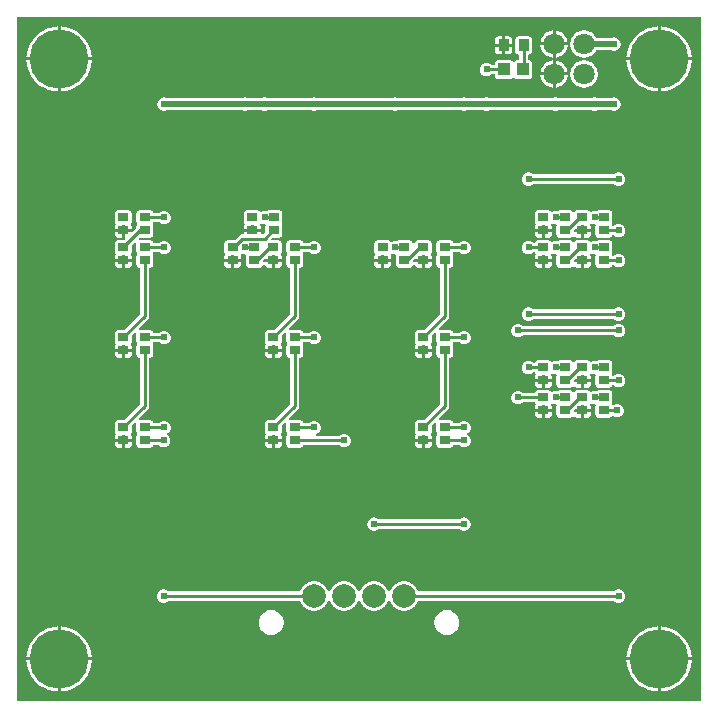
<source format=gtl>
G04 Layer: TopLayer*
G04 EasyEDA v6.5.34, 2023-09-10 21:32:29*
G04 1afe794d2bab4df38a2457b4b3463e79,5a6b42c53f6a479593ecc07194224c93,10*
G04 Gerber Generator version 0.2*
G04 Scale: 100 percent, Rotated: No, Reflected: No *
G04 Dimensions in millimeters *
G04 leading zeros omitted , absolute positions ,4 integer and 5 decimal *
%FSLAX45Y45*%
%MOMM*%

%ADD10C,0.2540*%
%ADD11C,0.5000*%
%ADD12R,0.9000X0.7000*%
%ADD13R,1.0000X1.1000*%
%ADD14R,0.8999X1.0000*%
%ADD15C,5.0000*%
%ADD16C,1.8000*%
%ADD17C,2.0000*%
%ADD18C,0.6096*%
%ADD19C,0.0169*%

%LPD*%
G36*
X5805932Y25908D02*
G01*
X36068Y26416D01*
X32156Y27178D01*
X28905Y29362D01*
X26670Y32664D01*
X25908Y36576D01*
X25908Y5805932D01*
X26670Y5809792D01*
X28905Y5813094D01*
X32156Y5815330D01*
X36068Y5816092D01*
X5805932Y5816092D01*
X5809792Y5815330D01*
X5813094Y5813094D01*
X5815330Y5809792D01*
X5816092Y5805932D01*
X5816092Y36068D01*
X5815330Y32156D01*
X5813094Y28905D01*
X5809792Y26670D01*
G37*

%LPC*%
G36*
X2207209Y3694125D02*
G01*
X2238908Y3694125D01*
X2245258Y3694836D01*
X2250694Y3696715D01*
X2255621Y3699814D01*
X2259685Y3703878D01*
X2262784Y3708806D01*
X2264714Y3714242D01*
X2265426Y3720592D01*
X2265426Y3742334D01*
X2207209Y3742334D01*
G37*
G36*
X5473700Y105562D02*
G01*
X5478322Y105664D01*
X5501284Y108051D01*
X5523992Y112369D01*
X5546242Y118618D01*
X5567883Y126644D01*
X5588812Y136499D01*
X5608828Y148031D01*
X5627776Y161239D01*
X5645607Y175971D01*
X5662117Y192125D01*
X5677204Y209600D01*
X5690819Y228295D01*
X5702757Y248107D01*
X5713018Y268782D01*
X5721553Y290271D01*
X5728208Y312369D01*
X5733034Y334975D01*
X5735929Y357886D01*
X5736336Y368300D01*
X5473700Y368300D01*
G37*
G36*
X5448300Y105613D02*
G01*
X5448300Y368300D01*
X5185410Y368300D01*
X5187289Y346405D01*
X5191099Y323646D01*
X5196890Y301244D01*
X5204460Y279450D01*
X5213858Y258317D01*
X5224983Y238099D01*
X5237784Y218846D01*
X5252161Y200710D01*
X5267960Y183896D01*
X5285130Y168402D01*
X5303520Y154432D01*
X5323027Y142036D01*
X5343499Y131368D01*
X5364835Y122377D01*
X5386781Y115265D01*
X5409285Y109982D01*
X5432145Y106629D01*
G37*
G36*
X368300Y105613D02*
G01*
X368300Y368300D01*
X105410Y368300D01*
X107289Y346405D01*
X111099Y323646D01*
X116890Y301244D01*
X124460Y279450D01*
X133858Y258317D01*
X144983Y238099D01*
X157784Y218846D01*
X172161Y200710D01*
X187960Y183896D01*
X205130Y168402D01*
X223520Y154432D01*
X243027Y142036D01*
X263499Y131368D01*
X284835Y122377D01*
X306781Y115265D01*
X329285Y109982D01*
X352145Y106629D01*
G37*
G36*
X393700Y393700D02*
G01*
X656336Y393700D01*
X655929Y404063D01*
X653034Y427024D01*
X648208Y449630D01*
X641553Y471728D01*
X633018Y493217D01*
X622757Y513892D01*
X610819Y533654D01*
X597204Y552348D01*
X582117Y569874D01*
X565607Y586028D01*
X547776Y600760D01*
X528828Y613968D01*
X508812Y625500D01*
X487883Y635355D01*
X466242Y643382D01*
X443992Y649630D01*
X421284Y653948D01*
X398322Y656336D01*
X393700Y656437D01*
G37*
G36*
X5473700Y393700D02*
G01*
X5736336Y393700D01*
X5735929Y404063D01*
X5733034Y427024D01*
X5728208Y449630D01*
X5721553Y471728D01*
X5713018Y493217D01*
X5702757Y513892D01*
X5690819Y533654D01*
X5677204Y552348D01*
X5662117Y569874D01*
X5645607Y586028D01*
X5627776Y600760D01*
X5608828Y613968D01*
X5588812Y625500D01*
X5567883Y635355D01*
X5546242Y643382D01*
X5523992Y649630D01*
X5501284Y653948D01*
X5478322Y656336D01*
X5473700Y656437D01*
G37*
G36*
X5185410Y393700D02*
G01*
X5448300Y393700D01*
X5448300Y656386D01*
X5432145Y655370D01*
X5409285Y652018D01*
X5386781Y646734D01*
X5364835Y639572D01*
X5343499Y630631D01*
X5323027Y619912D01*
X5303520Y607568D01*
X5285130Y593598D01*
X5267960Y578104D01*
X5252161Y561289D01*
X5237784Y543153D01*
X5224983Y523900D01*
X5213858Y503682D01*
X5204460Y482549D01*
X5196890Y460756D01*
X5191099Y438353D01*
X5187289Y415594D01*
G37*
G36*
X105410Y393700D02*
G01*
X368300Y393700D01*
X368300Y656386D01*
X352145Y655370D01*
X329285Y652018D01*
X306781Y646734D01*
X284835Y639572D01*
X263499Y630631D01*
X243027Y619912D01*
X223520Y607568D01*
X205130Y593598D01*
X187960Y578104D01*
X172161Y561289D01*
X157784Y543153D01*
X144983Y523900D01*
X133858Y503682D01*
X124460Y482549D01*
X116890Y460756D01*
X111099Y438353D01*
X107289Y415594D01*
G37*
G36*
X2177440Y583488D02*
G01*
X2191258Y584403D01*
X2204821Y587095D01*
X2217978Y591566D01*
X2230374Y597662D01*
X2241905Y605383D01*
X2252319Y614527D01*
X2261463Y624941D01*
X2269134Y636422D01*
X2275281Y648868D01*
X2279700Y661974D01*
X2282393Y675538D01*
X2283307Y689356D01*
X2282393Y703224D01*
X2279700Y716788D01*
X2275281Y729894D01*
X2269134Y742340D01*
X2261463Y753821D01*
X2252319Y764235D01*
X2241905Y773379D01*
X2230374Y781100D01*
X2217978Y787196D01*
X2204821Y791667D01*
X2191258Y794359D01*
X2177440Y795274D01*
X2163622Y794359D01*
X2150008Y791667D01*
X2136902Y787196D01*
X2124506Y781100D01*
X2112975Y773379D01*
X2102561Y764235D01*
X2093417Y753821D01*
X2085746Y742340D01*
X2079599Y729894D01*
X2075180Y716788D01*
X2072436Y703224D01*
X2071573Y689356D01*
X2072436Y675538D01*
X2075180Y661974D01*
X2079599Y648868D01*
X2085746Y636422D01*
X2093417Y624941D01*
X2102561Y614527D01*
X2112975Y605383D01*
X2124506Y597662D01*
X2136902Y591566D01*
X2150008Y587095D01*
X2163622Y584403D01*
G37*
G36*
X3664508Y583488D02*
G01*
X3678377Y584403D01*
X3691940Y587095D01*
X3705047Y591566D01*
X3717493Y597662D01*
X3728974Y605383D01*
X3739387Y614527D01*
X3748532Y624941D01*
X3756253Y636422D01*
X3762349Y648868D01*
X3766820Y661974D01*
X3769512Y675538D01*
X3770426Y689356D01*
X3769512Y703224D01*
X3766820Y716788D01*
X3762349Y729894D01*
X3756253Y742340D01*
X3748532Y753821D01*
X3739387Y764235D01*
X3728974Y773379D01*
X3717493Y781100D01*
X3705047Y787196D01*
X3691940Y791667D01*
X3678377Y794359D01*
X3664508Y795274D01*
X3650691Y794359D01*
X3637127Y791667D01*
X3624021Y787196D01*
X3611575Y781100D01*
X3600094Y773379D01*
X3589680Y764235D01*
X3580536Y753821D01*
X3572814Y742340D01*
X3566718Y729894D01*
X3562248Y716788D01*
X3559556Y703224D01*
X3558641Y689356D01*
X3559556Y675538D01*
X3562248Y661974D01*
X3566718Y648868D01*
X3572814Y636422D01*
X3580536Y624941D01*
X3589680Y614527D01*
X3600094Y605383D01*
X3611575Y597662D01*
X3624021Y591566D01*
X3637127Y587095D01*
X3650691Y584403D01*
G37*
G36*
X2540000Y788517D02*
G01*
X2555189Y789432D01*
X2570124Y792175D01*
X2584653Y796696D01*
X2598521Y802894D01*
X2611526Y810768D01*
X2623464Y820166D01*
X2634234Y830884D01*
X2643581Y842873D01*
X2651455Y855878D01*
X2657754Y869797D01*
X2659938Y872947D01*
X2663190Y875080D01*
X2667000Y875792D01*
X2670810Y875080D01*
X2674010Y872947D01*
X2676245Y869797D01*
X2682544Y855878D01*
X2690368Y842873D01*
X2699766Y830884D01*
X2710535Y820166D01*
X2722473Y810768D01*
X2735478Y802894D01*
X2749346Y796696D01*
X2763875Y792175D01*
X2778810Y789432D01*
X2794000Y788517D01*
X2809189Y789432D01*
X2824124Y792175D01*
X2838653Y796696D01*
X2852521Y802894D01*
X2865526Y810768D01*
X2877464Y820166D01*
X2888234Y830884D01*
X2897581Y842873D01*
X2905455Y855878D01*
X2911754Y869797D01*
X2913938Y872947D01*
X2917190Y875080D01*
X2921000Y875792D01*
X2924810Y875080D01*
X2928010Y872947D01*
X2930245Y869797D01*
X2936544Y855878D01*
X2944368Y842873D01*
X2953766Y830884D01*
X2964535Y820166D01*
X2976473Y810768D01*
X2989478Y802894D01*
X3003346Y796696D01*
X3017875Y792175D01*
X3032810Y789432D01*
X3048000Y788517D01*
X3063189Y789432D01*
X3078124Y792175D01*
X3092653Y796696D01*
X3106521Y802894D01*
X3119526Y810768D01*
X3131464Y820166D01*
X3142234Y830884D01*
X3151581Y842873D01*
X3159455Y855878D01*
X3165754Y869797D01*
X3167938Y872947D01*
X3171190Y875080D01*
X3175000Y875792D01*
X3178810Y875080D01*
X3182010Y872947D01*
X3184245Y869797D01*
X3190544Y855878D01*
X3198368Y842873D01*
X3207766Y830884D01*
X3218535Y820166D01*
X3230473Y810768D01*
X3243478Y802894D01*
X3257346Y796696D01*
X3271875Y792175D01*
X3286810Y789432D01*
X3302000Y788517D01*
X3317189Y789432D01*
X3332124Y792175D01*
X3346653Y796696D01*
X3360521Y802894D01*
X3373526Y810768D01*
X3385464Y820166D01*
X3396234Y830884D01*
X3405581Y842873D01*
X3413455Y855878D01*
X3419754Y869848D01*
X3421989Y872998D01*
X3425240Y875131D01*
X3429000Y875842D01*
X5073040Y875842D01*
X5076952Y875080D01*
X5080254Y872845D01*
X5081879Y871219D01*
X5089906Y865581D01*
X5098846Y861466D01*
X5108295Y858926D01*
X5118100Y858062D01*
X5127904Y858926D01*
X5137353Y861466D01*
X5146294Y865581D01*
X5154320Y871219D01*
X5161280Y878179D01*
X5166918Y886206D01*
X5171033Y895146D01*
X5173573Y904595D01*
X5174437Y914400D01*
X5173573Y924204D01*
X5171033Y933653D01*
X5166918Y942594D01*
X5161280Y950620D01*
X5154320Y957580D01*
X5146294Y963218D01*
X5137353Y967333D01*
X5127904Y969873D01*
X5118100Y970737D01*
X5108295Y969873D01*
X5098846Y967333D01*
X5089906Y963218D01*
X5081879Y957580D01*
X5080355Y956056D01*
X5077053Y953820D01*
X5073142Y953058D01*
X3428949Y953058D01*
X3425190Y953769D01*
X3421938Y955903D01*
X3419703Y959053D01*
X3413455Y972870D01*
X3405581Y985875D01*
X3396234Y997864D01*
X3385464Y1008634D01*
X3373526Y1017981D01*
X3360521Y1025855D01*
X3346653Y1032103D01*
X3332124Y1036624D01*
X3317189Y1039368D01*
X3302000Y1040282D01*
X3286810Y1039368D01*
X3271875Y1036624D01*
X3257346Y1032103D01*
X3243478Y1025855D01*
X3230473Y1017981D01*
X3218535Y1008634D01*
X3207766Y997864D01*
X3198368Y985875D01*
X3190544Y972870D01*
X3184245Y958951D01*
X3182010Y955802D01*
X3178810Y953719D01*
X3175000Y952957D01*
X3171190Y953719D01*
X3167938Y955802D01*
X3165754Y958951D01*
X3159455Y972870D01*
X3151581Y985875D01*
X3142234Y997864D01*
X3131464Y1008634D01*
X3119526Y1017981D01*
X3106521Y1025855D01*
X3092653Y1032103D01*
X3078124Y1036624D01*
X3063189Y1039368D01*
X3048000Y1040282D01*
X3032810Y1039368D01*
X3017875Y1036624D01*
X3003346Y1032103D01*
X2989478Y1025855D01*
X2976473Y1017981D01*
X2964535Y1008634D01*
X2953766Y997864D01*
X2944368Y985875D01*
X2936544Y972870D01*
X2930245Y958951D01*
X2928010Y955802D01*
X2924810Y953719D01*
X2921000Y952957D01*
X2917190Y953719D01*
X2913938Y955802D01*
X2911754Y958951D01*
X2905455Y972870D01*
X2897581Y985875D01*
X2888234Y997864D01*
X2877464Y1008634D01*
X2865526Y1017981D01*
X2852521Y1025855D01*
X2838653Y1032103D01*
X2824124Y1036624D01*
X2809189Y1039368D01*
X2794000Y1040282D01*
X2778810Y1039368D01*
X2763875Y1036624D01*
X2749346Y1032103D01*
X2735478Y1025855D01*
X2722473Y1017981D01*
X2710535Y1008634D01*
X2699766Y997864D01*
X2690368Y985875D01*
X2682544Y972870D01*
X2676245Y958951D01*
X2674010Y955802D01*
X2670810Y953719D01*
X2667000Y952957D01*
X2663190Y953719D01*
X2659938Y955802D01*
X2657754Y958951D01*
X2651455Y972870D01*
X2643581Y985875D01*
X2634234Y997864D01*
X2623464Y1008634D01*
X2611526Y1017981D01*
X2598521Y1025855D01*
X2584653Y1032103D01*
X2570124Y1036624D01*
X2555189Y1039368D01*
X2540000Y1040282D01*
X2524810Y1039368D01*
X2509875Y1036624D01*
X2495346Y1032103D01*
X2481478Y1025855D01*
X2468473Y1017981D01*
X2456535Y1008634D01*
X2445766Y997864D01*
X2436368Y985875D01*
X2428544Y972870D01*
X2422296Y959053D01*
X2420061Y955903D01*
X2416810Y953769D01*
X2413050Y953058D01*
X1310741Y953058D01*
X1306880Y953820D01*
X1303578Y956056D01*
X1302054Y957580D01*
X1293977Y963218D01*
X1285087Y967333D01*
X1275588Y969873D01*
X1265834Y970737D01*
X1256030Y969873D01*
X1246530Y967333D01*
X1237640Y963218D01*
X1229563Y957580D01*
X1222654Y950620D01*
X1217015Y942594D01*
X1212850Y933653D01*
X1210310Y924204D01*
X1209446Y914400D01*
X1210310Y904595D01*
X1212850Y895146D01*
X1217015Y886206D01*
X1222654Y878179D01*
X1229563Y871219D01*
X1237640Y865581D01*
X1246530Y861466D01*
X1256030Y858926D01*
X1265834Y858062D01*
X1275588Y858926D01*
X1285087Y861466D01*
X1293977Y865581D01*
X1302054Y871219D01*
X1303680Y872845D01*
X1306982Y875080D01*
X1310843Y875842D01*
X2413000Y875842D01*
X2416759Y875131D01*
X2420010Y872998D01*
X2422245Y869848D01*
X2428544Y855878D01*
X2436368Y842873D01*
X2445766Y830884D01*
X2456535Y820166D01*
X2468473Y810768D01*
X2481478Y802894D01*
X2495346Y796696D01*
X2509875Y792175D01*
X2524810Y789432D01*
G37*
G36*
X4456887Y5600700D02*
G01*
X4559300Y5600700D01*
X4559300Y5702960D01*
X4550257Y5701842D01*
X4536186Y5698236D01*
X4522673Y5692851D01*
X4509922Y5685840D01*
X4498136Y5677306D01*
X4487519Y5667349D01*
X4478223Y5656122D01*
X4470450Y5643829D01*
X4464253Y5630672D01*
X4459732Y5616803D01*
X4457039Y5602528D01*
G37*
G36*
X4584700Y5600700D02*
G01*
X4687062Y5600700D01*
X4686960Y5602528D01*
X4684268Y5616803D01*
X4679746Y5630672D01*
X4673549Y5643829D01*
X4665776Y5656122D01*
X4656480Y5667349D01*
X4645863Y5677306D01*
X4634077Y5685840D01*
X4621326Y5692851D01*
X4607814Y5698236D01*
X4593691Y5701842D01*
X4584700Y5702960D01*
G37*
G36*
X4073194Y5588000D02*
G01*
X4131411Y5588000D01*
X4131411Y5651195D01*
X4099661Y5651195D01*
X4093362Y5650484D01*
X4087876Y5648553D01*
X4082999Y5645505D01*
X4078884Y5641390D01*
X4075785Y5636514D01*
X4073906Y5631027D01*
X4073194Y5624728D01*
G37*
G36*
X4156811Y5588000D02*
G01*
X4214977Y5588000D01*
X4214977Y5624728D01*
X4214266Y5631027D01*
X4212386Y5636514D01*
X4209288Y5641390D01*
X4205173Y5645505D01*
X4200296Y5648553D01*
X4194860Y5650484D01*
X4188510Y5651195D01*
X4156811Y5651195D01*
G37*
G36*
X4099661Y5499404D02*
G01*
X4131411Y5499404D01*
X4131411Y5562600D01*
X4073194Y5562600D01*
X4073194Y5525871D01*
X4073906Y5519521D01*
X4075785Y5514086D01*
X4078884Y5509158D01*
X4082999Y5505094D01*
X4087876Y5501995D01*
X4093362Y5500116D01*
G37*
G36*
X4156811Y5499404D02*
G01*
X4188510Y5499404D01*
X4194860Y5500116D01*
X4200296Y5501995D01*
X4205173Y5505094D01*
X4209288Y5509158D01*
X4212386Y5514086D01*
X4214266Y5519521D01*
X4214977Y5525871D01*
X4214977Y5562600D01*
X4156811Y5562600D01*
G37*
G36*
X5185410Y5473700D02*
G01*
X5448300Y5473700D01*
X5448300Y5736386D01*
X5432145Y5735370D01*
X5409285Y5732018D01*
X5386781Y5726734D01*
X5364835Y5719572D01*
X5343499Y5710631D01*
X5323027Y5699912D01*
X5303520Y5687568D01*
X5285130Y5673598D01*
X5267960Y5658104D01*
X5252161Y5641289D01*
X5237784Y5623153D01*
X5224983Y5603900D01*
X5213858Y5583682D01*
X5204460Y5562549D01*
X5196890Y5540756D01*
X5191099Y5518353D01*
X5187289Y5495594D01*
G37*
G36*
X105410Y5473700D02*
G01*
X368300Y5473700D01*
X368300Y5736386D01*
X352145Y5735370D01*
X329285Y5732018D01*
X306781Y5726734D01*
X284835Y5719572D01*
X263499Y5710631D01*
X243027Y5699912D01*
X223520Y5687568D01*
X205130Y5673598D01*
X187960Y5658104D01*
X172161Y5641289D01*
X157784Y5623153D01*
X144983Y5603900D01*
X133858Y5583682D01*
X124460Y5562549D01*
X116890Y5540756D01*
X111099Y5518353D01*
X107289Y5495594D01*
G37*
G36*
X393700Y5473700D02*
G01*
X656336Y5473700D01*
X655929Y5484063D01*
X653034Y5507024D01*
X648208Y5529630D01*
X641553Y5551728D01*
X633018Y5573217D01*
X622757Y5593892D01*
X610819Y5613654D01*
X597204Y5632348D01*
X582117Y5649874D01*
X565607Y5666028D01*
X547776Y5680760D01*
X528828Y5693968D01*
X508812Y5705500D01*
X487883Y5715355D01*
X466242Y5723382D01*
X443992Y5729630D01*
X421284Y5733948D01*
X398322Y5736336D01*
X393700Y5736437D01*
G37*
G36*
X5473700Y5473700D02*
G01*
X5736336Y5473700D01*
X5735929Y5484063D01*
X5733034Y5507024D01*
X5728208Y5529630D01*
X5721553Y5551728D01*
X5713018Y5573217D01*
X5702757Y5593892D01*
X5690819Y5613654D01*
X5677204Y5632348D01*
X5662117Y5649874D01*
X5645607Y5666028D01*
X5627776Y5680760D01*
X5608828Y5693968D01*
X5588812Y5705500D01*
X5567883Y5715355D01*
X5546242Y5723382D01*
X5523992Y5729630D01*
X5501284Y5733948D01*
X5478322Y5736336D01*
X5473700Y5736437D01*
G37*
G36*
X3048000Y1467713D02*
G01*
X3057804Y1468577D01*
X3067253Y1471117D01*
X3076194Y1475232D01*
X3084220Y1480870D01*
X3085795Y1482445D01*
X3089097Y1484680D01*
X3093008Y1485442D01*
X3764991Y1485442D01*
X3768902Y1484680D01*
X3772204Y1482445D01*
X3773779Y1480870D01*
X3781806Y1475232D01*
X3790746Y1471117D01*
X3800195Y1468577D01*
X3810000Y1467713D01*
X3819804Y1468577D01*
X3829253Y1471117D01*
X3838194Y1475232D01*
X3846220Y1480870D01*
X3853179Y1487830D01*
X3858818Y1495856D01*
X3862933Y1504797D01*
X3865473Y1514246D01*
X3866337Y1524050D01*
X3865473Y1533855D01*
X3862933Y1543304D01*
X3858818Y1552244D01*
X3853179Y1560271D01*
X3846220Y1567230D01*
X3838194Y1572869D01*
X3829253Y1576984D01*
X3819804Y1579524D01*
X3810000Y1580388D01*
X3800195Y1579524D01*
X3790746Y1576984D01*
X3781806Y1572869D01*
X3773779Y1567230D01*
X3772204Y1565656D01*
X3768902Y1563420D01*
X3764991Y1562658D01*
X3093008Y1562658D01*
X3089097Y1563420D01*
X3085795Y1565656D01*
X3084220Y1567230D01*
X3076194Y1572869D01*
X3067253Y1576984D01*
X3057804Y1579524D01*
X3048000Y1580388D01*
X3038195Y1579524D01*
X3028746Y1576984D01*
X3019806Y1572869D01*
X3011779Y1567230D01*
X3004820Y1560271D01*
X2999181Y1552244D01*
X2995066Y1543304D01*
X2992526Y1533855D01*
X2991662Y1524050D01*
X2992526Y1514246D01*
X2995066Y1504797D01*
X2999181Y1495856D01*
X3004820Y1487830D01*
X3011779Y1480870D01*
X3019806Y1475232D01*
X3028746Y1471117D01*
X3038195Y1468577D01*
G37*
G36*
X4559300Y5473039D02*
G01*
X4559300Y5575300D01*
X4456887Y5575300D01*
X4457039Y5573471D01*
X4459732Y5559196D01*
X4464253Y5545328D01*
X4470450Y5532170D01*
X4478223Y5519877D01*
X4487519Y5508650D01*
X4498136Y5498693D01*
X4509922Y5490159D01*
X4522673Y5483148D01*
X4536186Y5477764D01*
X4550257Y5474157D01*
G37*
G36*
X4584700Y5473039D02*
G01*
X4593691Y5474157D01*
X4607814Y5477764D01*
X4621326Y5483148D01*
X4634077Y5490159D01*
X4645863Y5498693D01*
X4656480Y5508650D01*
X4665776Y5519877D01*
X4673549Y5532170D01*
X4679746Y5545328D01*
X4684268Y5559196D01*
X4686960Y5573471D01*
X4687062Y5575300D01*
X4584700Y5575300D01*
G37*
G36*
X3420059Y2170125D02*
G01*
X3451809Y2170125D01*
X3451809Y2218334D01*
X3393592Y2218334D01*
X3393592Y2196592D01*
X3394303Y2190242D01*
X3396234Y2184806D01*
X3399282Y2179878D01*
X3403396Y2175814D01*
X3408273Y2172716D01*
X3413760Y2170836D01*
G37*
G36*
X2207209Y2170125D02*
G01*
X2238908Y2170125D01*
X2245258Y2170836D01*
X2250694Y2172716D01*
X2255621Y2175814D01*
X2259685Y2179878D01*
X2262784Y2184806D01*
X2264714Y2190242D01*
X2265426Y2196592D01*
X2265426Y2218334D01*
X2207209Y2218334D01*
G37*
G36*
X3477209Y2170125D02*
G01*
X3508908Y2170125D01*
X3515258Y2170836D01*
X3520694Y2172716D01*
X3525621Y2175814D01*
X3529685Y2179878D01*
X3532784Y2184806D01*
X3534714Y2190242D01*
X3535426Y2196592D01*
X3535426Y2218334D01*
X3477209Y2218334D01*
G37*
G36*
X2150059Y2170125D02*
G01*
X2181809Y2170125D01*
X2181809Y2218334D01*
X2123592Y2218334D01*
X2123592Y2196592D01*
X2124303Y2190242D01*
X2126234Y2184806D01*
X2129282Y2179878D01*
X2133396Y2175814D01*
X2138273Y2172716D01*
X2143760Y2170836D01*
G37*
G36*
X937209Y2170125D02*
G01*
X968959Y2170125D01*
X975258Y2170836D01*
X980744Y2172716D01*
X985621Y2175814D01*
X989736Y2179878D01*
X992784Y2184806D01*
X994714Y2190242D01*
X995426Y2196592D01*
X995426Y2218334D01*
X937209Y2218334D01*
G37*
G36*
X880059Y2170125D02*
G01*
X911809Y2170125D01*
X911809Y2218334D01*
X853592Y2218334D01*
X853592Y2196592D01*
X854303Y2190242D01*
X856234Y2184806D01*
X859282Y2179878D01*
X863396Y2175814D01*
X868273Y2172716D01*
X873760Y2170836D01*
G37*
G36*
X3603091Y2170125D02*
G01*
X3691940Y2170125D01*
X3698240Y2170836D01*
X3703726Y2172716D01*
X3708603Y2175814D01*
X3712718Y2179878D01*
X3718204Y2189073D01*
X3721557Y2191461D01*
X3725621Y2192324D01*
X3764991Y2192324D01*
X3768902Y2191562D01*
X3772204Y2189327D01*
X3773779Y2187752D01*
X3781806Y2182114D01*
X3790746Y2177999D01*
X3800195Y2175459D01*
X3810000Y2174595D01*
X3819804Y2175459D01*
X3829253Y2177999D01*
X3838194Y2182114D01*
X3846220Y2187752D01*
X3853179Y2194712D01*
X3858818Y2202738D01*
X3862933Y2211679D01*
X3865473Y2221128D01*
X3866337Y2230932D01*
X3865473Y2240737D01*
X3862933Y2250186D01*
X3858818Y2259126D01*
X3853179Y2267153D01*
X3846220Y2274112D01*
X3841140Y2277668D01*
X3838448Y2280412D01*
X3837025Y2284018D01*
X3837025Y2287930D01*
X3838448Y2291486D01*
X3841140Y2294280D01*
X3846220Y2297836D01*
X3853179Y2304796D01*
X3858818Y2312822D01*
X3862933Y2321712D01*
X3865473Y2331212D01*
X3866337Y2341016D01*
X3865473Y2350770D01*
X3862933Y2360269D01*
X3858818Y2369159D01*
X3853179Y2377236D01*
X3846220Y2384145D01*
X3838194Y2389784D01*
X3829253Y2393950D01*
X3819804Y2396490D01*
X3810000Y2397353D01*
X3800195Y2396490D01*
X3790746Y2393950D01*
X3781806Y2389784D01*
X3773779Y2384145D01*
X3772204Y2382570D01*
X3768902Y2380386D01*
X3764991Y2379624D01*
X3725672Y2379624D01*
X3721608Y2380437D01*
X3718204Y2382875D01*
X3715765Y2387244D01*
X3712718Y2392121D01*
X3708603Y2396236D01*
X3703726Y2399284D01*
X3698240Y2401214D01*
X3691940Y2401925D01*
X3604564Y2401925D01*
X3600653Y2402687D01*
X3597351Y2404872D01*
X3595166Y2408174D01*
X3594404Y2412085D01*
X3595166Y2415946D01*
X3597351Y2419248D01*
X3674465Y2496362D01*
X3679545Y2502560D01*
X3683152Y2509266D01*
X3685336Y2516479D01*
X3686098Y2524506D01*
X3686098Y2922371D01*
X3686810Y2925978D01*
X3688689Y2929128D01*
X3691636Y2931414D01*
X3695141Y2932480D01*
X3698240Y2932836D01*
X3703726Y2934716D01*
X3708603Y2937814D01*
X3712718Y2941878D01*
X3715765Y2946806D01*
X3717696Y2952242D01*
X3718407Y2958592D01*
X3718407Y3027426D01*
X3717696Y3033776D01*
X3715765Y3039211D01*
X3713683Y3042615D01*
X3712260Y3046120D01*
X3712260Y3049879D01*
X3713683Y3053435D01*
X3718204Y3061157D01*
X3721608Y3063544D01*
X3725672Y3064408D01*
X3764991Y3064408D01*
X3768902Y3063595D01*
X3772204Y3061411D01*
X3773779Y3059836D01*
X3781806Y3054197D01*
X3790746Y3050032D01*
X3800195Y3047492D01*
X3810000Y3046628D01*
X3819804Y3047492D01*
X3829253Y3050032D01*
X3838194Y3054197D01*
X3846220Y3059836D01*
X3853179Y3066796D01*
X3858818Y3074822D01*
X3862933Y3083712D01*
X3865473Y3093212D01*
X3866337Y3103016D01*
X3865473Y3112770D01*
X3862933Y3122269D01*
X3858818Y3131159D01*
X3853179Y3139236D01*
X3846220Y3146145D01*
X3838194Y3151784D01*
X3829253Y3155950D01*
X3819804Y3158490D01*
X3810000Y3159353D01*
X3800195Y3158490D01*
X3790746Y3155950D01*
X3781806Y3151784D01*
X3773779Y3146145D01*
X3772204Y3144570D01*
X3768902Y3142386D01*
X3764991Y3141624D01*
X3725672Y3141624D01*
X3721608Y3142437D01*
X3718204Y3144875D01*
X3715765Y3149244D01*
X3712718Y3154121D01*
X3708603Y3158236D01*
X3703726Y3161284D01*
X3698240Y3163214D01*
X3691940Y3163925D01*
X3604564Y3163925D01*
X3600653Y3164687D01*
X3597401Y3166872D01*
X3595166Y3170174D01*
X3594404Y3174085D01*
X3595166Y3177946D01*
X3597401Y3181248D01*
X3674465Y3258362D01*
X3679545Y3264560D01*
X3683152Y3271215D01*
X3685336Y3278479D01*
X3686098Y3286506D01*
X3686098Y3684371D01*
X3686810Y3687978D01*
X3688689Y3691128D01*
X3691636Y3693414D01*
X3695141Y3694480D01*
X3698240Y3694836D01*
X3703726Y3696715D01*
X3708603Y3699814D01*
X3712718Y3703878D01*
X3715765Y3708806D01*
X3717696Y3714242D01*
X3718407Y3720592D01*
X3718407Y3789426D01*
X3717696Y3795776D01*
X3715765Y3801211D01*
X3713683Y3804615D01*
X3712260Y3808120D01*
X3712260Y3811879D01*
X3713683Y3815435D01*
X3718204Y3823157D01*
X3721608Y3825544D01*
X3725672Y3826408D01*
X3764991Y3826408D01*
X3768902Y3825595D01*
X3772204Y3823411D01*
X3773779Y3821836D01*
X3781806Y3816197D01*
X3790746Y3812032D01*
X3800195Y3809492D01*
X3810000Y3808628D01*
X3819804Y3809492D01*
X3829253Y3812032D01*
X3838194Y3816197D01*
X3846220Y3821836D01*
X3853179Y3828796D01*
X3858818Y3836822D01*
X3862933Y3845712D01*
X3865473Y3855212D01*
X3866337Y3865016D01*
X3865473Y3874770D01*
X3862933Y3884269D01*
X3858818Y3893159D01*
X3853179Y3901236D01*
X3846220Y3908145D01*
X3838194Y3913784D01*
X3829253Y3917950D01*
X3819804Y3920490D01*
X3810000Y3921353D01*
X3800195Y3920490D01*
X3790746Y3917950D01*
X3781806Y3913784D01*
X3773779Y3908145D01*
X3772204Y3906570D01*
X3768902Y3904386D01*
X3764991Y3903624D01*
X3725672Y3903624D01*
X3721608Y3904437D01*
X3718204Y3906875D01*
X3715765Y3911244D01*
X3712718Y3916121D01*
X3708603Y3920236D01*
X3703726Y3923284D01*
X3698240Y3925214D01*
X3691940Y3925925D01*
X3603091Y3925925D01*
X3596741Y3925214D01*
X3591306Y3923284D01*
X3586378Y3920236D01*
X3582314Y3916121D01*
X3579215Y3911244D01*
X3577285Y3905758D01*
X3576574Y3899458D01*
X3576574Y3830574D01*
X3577285Y3824274D01*
X3579215Y3818788D01*
X3581349Y3815435D01*
X3582720Y3811879D01*
X3582720Y3808120D01*
X3581349Y3804615D01*
X3579215Y3801211D01*
X3577285Y3795776D01*
X3576574Y3789426D01*
X3576574Y3720592D01*
X3577285Y3714242D01*
X3579215Y3708806D01*
X3582314Y3703878D01*
X3586378Y3699814D01*
X3591306Y3696715D01*
X3596741Y3694836D01*
X3599891Y3694480D01*
X3603396Y3693414D01*
X3606292Y3691128D01*
X3608222Y3687978D01*
X3608882Y3684371D01*
X3608882Y3306216D01*
X3608120Y3302304D01*
X3605936Y3299002D01*
X3473805Y3166872D01*
X3470503Y3164687D01*
X3466642Y3163925D01*
X3420059Y3163925D01*
X3413760Y3163214D01*
X3408273Y3161284D01*
X3403396Y3158236D01*
X3399282Y3154121D01*
X3396234Y3149244D01*
X3394303Y3143758D01*
X3393592Y3137458D01*
X3393592Y3068574D01*
X3394303Y3062274D01*
X3396234Y3056788D01*
X3398316Y3053435D01*
X3399739Y3049879D01*
X3399739Y3046120D01*
X3398316Y3042615D01*
X3396234Y3039211D01*
X3394303Y3033776D01*
X3393592Y3027426D01*
X3393592Y3005734D01*
X3451809Y3005734D01*
X3451809Y3031947D01*
X3452571Y3035808D01*
X3454755Y3039110D01*
X3458057Y3041345D01*
X3461969Y3042107D01*
X3467049Y3042107D01*
X3470910Y3041345D01*
X3474212Y3039110D01*
X3476447Y3035808D01*
X3477209Y3031947D01*
X3477209Y3005734D01*
X3535426Y3005734D01*
X3535426Y3027426D01*
X3534714Y3033776D01*
X3532784Y3039211D01*
X3530650Y3042615D01*
X3529279Y3046120D01*
X3529279Y3049879D01*
X3530650Y3053435D01*
X3532784Y3056788D01*
X3534714Y3062274D01*
X3535426Y3068574D01*
X3535426Y3115106D01*
X3536187Y3118967D01*
X3538372Y3122269D01*
X3559251Y3143148D01*
X3562553Y3145332D01*
X3566414Y3146094D01*
X3570325Y3145332D01*
X3573627Y3143148D01*
X3575812Y3139846D01*
X3576574Y3135934D01*
X3576574Y3068574D01*
X3577285Y3062274D01*
X3579215Y3056788D01*
X3581349Y3053435D01*
X3582720Y3049879D01*
X3582720Y3046120D01*
X3581349Y3042615D01*
X3579215Y3039211D01*
X3577285Y3033776D01*
X3576574Y3027426D01*
X3576574Y2958592D01*
X3577285Y2952242D01*
X3579215Y2946806D01*
X3582314Y2941878D01*
X3586378Y2937814D01*
X3591306Y2934716D01*
X3596741Y2932836D01*
X3599891Y2932480D01*
X3603396Y2931414D01*
X3606292Y2929128D01*
X3608222Y2925978D01*
X3608882Y2922371D01*
X3608882Y2544216D01*
X3608120Y2540304D01*
X3605936Y2537002D01*
X3473805Y2404872D01*
X3470503Y2402687D01*
X3466642Y2401925D01*
X3420059Y2401925D01*
X3413760Y2401214D01*
X3408273Y2399284D01*
X3403396Y2396236D01*
X3399282Y2392121D01*
X3396234Y2387244D01*
X3394303Y2381758D01*
X3393592Y2375458D01*
X3393592Y2306574D01*
X3394303Y2300274D01*
X3396234Y2294788D01*
X3398316Y2291435D01*
X3399739Y2287879D01*
X3399739Y2284120D01*
X3398316Y2280615D01*
X3396234Y2277211D01*
X3394303Y2271776D01*
X3393592Y2265426D01*
X3393592Y2243734D01*
X3451809Y2243734D01*
X3451809Y2269947D01*
X3452571Y2273808D01*
X3454755Y2277110D01*
X3458057Y2279345D01*
X3461969Y2280107D01*
X3467049Y2280107D01*
X3470910Y2279345D01*
X3474212Y2277110D01*
X3476447Y2273808D01*
X3477209Y2269947D01*
X3477209Y2243734D01*
X3535426Y2243734D01*
X3535426Y2265426D01*
X3534714Y2271776D01*
X3532784Y2277211D01*
X3530650Y2280615D01*
X3529279Y2284120D01*
X3529279Y2287879D01*
X3530650Y2291435D01*
X3532784Y2294788D01*
X3534714Y2300274D01*
X3535426Y2306574D01*
X3535426Y2353106D01*
X3536187Y2356967D01*
X3538372Y2360269D01*
X3559251Y2381148D01*
X3562553Y2383332D01*
X3566414Y2384094D01*
X3570325Y2383332D01*
X3573627Y2381148D01*
X3575812Y2377846D01*
X3576574Y2373934D01*
X3576574Y2306574D01*
X3577285Y2300274D01*
X3579215Y2294788D01*
X3581349Y2291435D01*
X3582720Y2287879D01*
X3582720Y2284120D01*
X3581349Y2280615D01*
X3579215Y2277211D01*
X3577285Y2271776D01*
X3576574Y2265426D01*
X3576574Y2196592D01*
X3577285Y2190242D01*
X3579215Y2184806D01*
X3582314Y2179878D01*
X3586378Y2175814D01*
X3591306Y2172716D01*
X3596741Y2170836D01*
G37*
G36*
X1063091Y2170125D02*
G01*
X1151940Y2170125D01*
X1158240Y2170836D01*
X1163726Y2172716D01*
X1168603Y2175814D01*
X1172718Y2179878D01*
X1178204Y2189073D01*
X1181557Y2191461D01*
X1185621Y2192324D01*
X1220876Y2192324D01*
X1224788Y2191562D01*
X1228090Y2189327D01*
X1229563Y2187854D01*
X1237640Y2182215D01*
X1246530Y2178050D01*
X1256030Y2175510D01*
X1265834Y2174646D01*
X1275588Y2175510D01*
X1285087Y2178050D01*
X1293977Y2182215D01*
X1302054Y2187854D01*
X1308963Y2194763D01*
X1314602Y2202840D01*
X1318768Y2211730D01*
X1321308Y2221230D01*
X1322171Y2230983D01*
X1321308Y2240788D01*
X1318768Y2250287D01*
X1314602Y2259177D01*
X1308963Y2267254D01*
X1302054Y2274163D01*
X1299108Y2276195D01*
X1296416Y2278989D01*
X1294993Y2282596D01*
X1294993Y2286457D01*
X1296416Y2290064D01*
X1299108Y2292858D01*
X1306220Y2297836D01*
X1313180Y2304796D01*
X1318818Y2312822D01*
X1322933Y2321712D01*
X1325473Y2331212D01*
X1326337Y2341016D01*
X1325473Y2350770D01*
X1322933Y2360269D01*
X1318818Y2369159D01*
X1313180Y2377236D01*
X1306220Y2384145D01*
X1298194Y2389784D01*
X1289253Y2393950D01*
X1279804Y2396490D01*
X1270000Y2397353D01*
X1260195Y2396490D01*
X1250746Y2393950D01*
X1241806Y2389784D01*
X1233779Y2384145D01*
X1232103Y2382520D01*
X1228801Y2380284D01*
X1224940Y2379522D01*
X1185672Y2379522D01*
X1181608Y2380386D01*
X1178255Y2382774D01*
X1175766Y2387244D01*
X1172718Y2392121D01*
X1168603Y2396236D01*
X1163726Y2399284D01*
X1158240Y2401214D01*
X1151940Y2401925D01*
X1064564Y2401925D01*
X1060653Y2402687D01*
X1057402Y2404872D01*
X1055166Y2408174D01*
X1054404Y2412085D01*
X1055166Y2415946D01*
X1057402Y2419248D01*
X1134465Y2496362D01*
X1139596Y2502560D01*
X1143152Y2509266D01*
X1145336Y2516479D01*
X1146098Y2524506D01*
X1146098Y2922371D01*
X1146810Y2925978D01*
X1148689Y2929128D01*
X1151636Y2931414D01*
X1155141Y2932480D01*
X1158240Y2932836D01*
X1163726Y2934716D01*
X1168603Y2937814D01*
X1172718Y2941878D01*
X1175766Y2946806D01*
X1177696Y2952242D01*
X1178407Y2958592D01*
X1178407Y3027426D01*
X1177696Y3033776D01*
X1175766Y3039211D01*
X1173683Y3042615D01*
X1172311Y3046120D01*
X1172311Y3049879D01*
X1173683Y3053435D01*
X1178204Y3061157D01*
X1181608Y3063544D01*
X1185672Y3064408D01*
X1225042Y3064408D01*
X1228902Y3063595D01*
X1232204Y3061411D01*
X1233779Y3059836D01*
X1241806Y3054197D01*
X1250746Y3050032D01*
X1260195Y3047492D01*
X1270000Y3046628D01*
X1279804Y3047492D01*
X1289253Y3050032D01*
X1298194Y3054197D01*
X1306220Y3059836D01*
X1313180Y3066796D01*
X1318818Y3074822D01*
X1322933Y3083712D01*
X1325473Y3093212D01*
X1326337Y3103016D01*
X1325473Y3112770D01*
X1322933Y3122269D01*
X1318818Y3131159D01*
X1313180Y3139236D01*
X1306220Y3146145D01*
X1298194Y3151784D01*
X1289253Y3155950D01*
X1279804Y3158490D01*
X1270000Y3159353D01*
X1260195Y3158490D01*
X1250746Y3155950D01*
X1241806Y3151784D01*
X1233779Y3146145D01*
X1232204Y3144570D01*
X1228902Y3142386D01*
X1225042Y3141624D01*
X1185672Y3141624D01*
X1181608Y3142437D01*
X1178204Y3144875D01*
X1175766Y3149244D01*
X1172718Y3154121D01*
X1168603Y3158236D01*
X1163726Y3161284D01*
X1158240Y3163214D01*
X1151940Y3163925D01*
X1064564Y3163925D01*
X1060653Y3164687D01*
X1057402Y3166872D01*
X1055166Y3170174D01*
X1054404Y3174085D01*
X1055166Y3177946D01*
X1057402Y3181248D01*
X1134465Y3258362D01*
X1139596Y3264560D01*
X1143152Y3271215D01*
X1145336Y3278479D01*
X1146098Y3286506D01*
X1146098Y3684371D01*
X1146810Y3687978D01*
X1148689Y3691128D01*
X1151636Y3693414D01*
X1155141Y3694480D01*
X1158240Y3694836D01*
X1163726Y3696715D01*
X1168603Y3699814D01*
X1172718Y3703878D01*
X1175766Y3708806D01*
X1177696Y3714242D01*
X1178407Y3720592D01*
X1178407Y3789426D01*
X1177696Y3795776D01*
X1175766Y3801211D01*
X1173683Y3804615D01*
X1172311Y3808120D01*
X1172311Y3811879D01*
X1173683Y3815435D01*
X1178204Y3823157D01*
X1181608Y3825544D01*
X1185672Y3826408D01*
X1224991Y3826408D01*
X1228902Y3825595D01*
X1232204Y3823411D01*
X1233779Y3821836D01*
X1241806Y3816197D01*
X1250746Y3812032D01*
X1260195Y3809492D01*
X1270000Y3808628D01*
X1279804Y3809492D01*
X1289253Y3812032D01*
X1298194Y3816197D01*
X1306220Y3821836D01*
X1313180Y3828796D01*
X1318818Y3836822D01*
X1322933Y3845712D01*
X1325473Y3855212D01*
X1326337Y3865016D01*
X1325473Y3874770D01*
X1322933Y3884269D01*
X1318818Y3893159D01*
X1313180Y3901236D01*
X1306220Y3908145D01*
X1298194Y3913784D01*
X1289253Y3917950D01*
X1279804Y3920490D01*
X1270000Y3921353D01*
X1260195Y3920490D01*
X1250746Y3917950D01*
X1241806Y3913784D01*
X1233779Y3908145D01*
X1232204Y3906570D01*
X1228902Y3904386D01*
X1224991Y3903624D01*
X1185672Y3903624D01*
X1181608Y3904437D01*
X1178204Y3906875D01*
X1175766Y3911244D01*
X1172718Y3916121D01*
X1168603Y3920236D01*
X1163726Y3923284D01*
X1158240Y3925214D01*
X1151940Y3925925D01*
X1064564Y3925925D01*
X1060653Y3926687D01*
X1057402Y3928872D01*
X1055166Y3932174D01*
X1054404Y3936085D01*
X1055166Y3939946D01*
X1057402Y3943248D01*
X1059230Y3945128D01*
X1062532Y3947312D01*
X1066444Y3948125D01*
X1151940Y3948125D01*
X1158240Y3948836D01*
X1163726Y3950715D01*
X1168603Y3953814D01*
X1172718Y3957878D01*
X1175766Y3962806D01*
X1177696Y3968242D01*
X1178407Y3974592D01*
X1178407Y4043426D01*
X1177696Y4049776D01*
X1175766Y4055211D01*
X1173683Y4058615D01*
X1172311Y4062120D01*
X1172311Y4065879D01*
X1173683Y4069435D01*
X1178204Y4077157D01*
X1181608Y4079544D01*
X1185672Y4080408D01*
X1224991Y4080408D01*
X1228902Y4079595D01*
X1232204Y4077411D01*
X1233779Y4075836D01*
X1241806Y4070197D01*
X1250746Y4066032D01*
X1260195Y4063492D01*
X1270000Y4062628D01*
X1279804Y4063492D01*
X1289253Y4066032D01*
X1298194Y4070197D01*
X1306220Y4075836D01*
X1313180Y4082796D01*
X1318818Y4090822D01*
X1322933Y4099712D01*
X1325473Y4109212D01*
X1326337Y4119016D01*
X1325473Y4128770D01*
X1322933Y4138269D01*
X1318818Y4147159D01*
X1313180Y4155236D01*
X1306220Y4162145D01*
X1298194Y4167784D01*
X1289253Y4171950D01*
X1279804Y4174490D01*
X1270000Y4175353D01*
X1260195Y4174490D01*
X1250746Y4171950D01*
X1241806Y4167784D01*
X1233779Y4162145D01*
X1232204Y4160570D01*
X1228902Y4158386D01*
X1224991Y4157624D01*
X1185672Y4157624D01*
X1181608Y4158437D01*
X1178204Y4160875D01*
X1175766Y4165244D01*
X1172718Y4170121D01*
X1168603Y4174236D01*
X1163726Y4177284D01*
X1158240Y4179214D01*
X1151940Y4179925D01*
X1063091Y4179925D01*
X1056741Y4179214D01*
X1051306Y4177284D01*
X1046378Y4174236D01*
X1042314Y4170121D01*
X1039215Y4165244D01*
X1037285Y4159758D01*
X1036574Y4153458D01*
X1036574Y4084574D01*
X1037285Y4078274D01*
X1039215Y4072788D01*
X1041349Y4069435D01*
X1042720Y4065879D01*
X1042720Y4062120D01*
X1041349Y4058615D01*
X1039215Y4055211D01*
X1037285Y4049776D01*
X1036574Y4043426D01*
X1036574Y4035907D01*
X1035812Y4031996D01*
X1033627Y4028694D01*
X1012748Y4007815D01*
X1010666Y4006443D01*
X1009294Y4004360D01*
X1004214Y3999280D01*
X1000912Y3997096D01*
X997000Y3996334D01*
X937209Y3996334D01*
X937209Y3943146D01*
X938580Y3938930D01*
X938072Y3934510D01*
X935685Y3930751D01*
X933805Y3928872D01*
X930503Y3926687D01*
X926642Y3925925D01*
X880059Y3925925D01*
X873760Y3925214D01*
X868273Y3923284D01*
X863396Y3920236D01*
X859282Y3916121D01*
X856234Y3911244D01*
X854303Y3905758D01*
X853592Y3899458D01*
X853592Y3830574D01*
X854303Y3824274D01*
X856234Y3818788D01*
X858367Y3815435D01*
X859739Y3811879D01*
X859739Y3808120D01*
X858367Y3804615D01*
X856234Y3801211D01*
X854303Y3795776D01*
X853592Y3789426D01*
X853592Y3767734D01*
X911809Y3767734D01*
X911809Y3793947D01*
X912571Y3797808D01*
X914806Y3801110D01*
X918057Y3803345D01*
X921969Y3804107D01*
X927049Y3804107D01*
X930910Y3803345D01*
X934212Y3801110D01*
X936447Y3797808D01*
X937209Y3793947D01*
X937209Y3767734D01*
X995426Y3767734D01*
X995426Y3789426D01*
X994714Y3795776D01*
X992784Y3801211D01*
X990650Y3804615D01*
X989279Y3808120D01*
X989279Y3811879D01*
X990650Y3815435D01*
X992784Y3818788D01*
X994714Y3824274D01*
X995426Y3830574D01*
X995426Y3877106D01*
X996187Y3880967D01*
X998372Y3884269D01*
X1019251Y3905148D01*
X1022553Y3907332D01*
X1026414Y3908094D01*
X1030325Y3907332D01*
X1033627Y3905148D01*
X1035812Y3901846D01*
X1036574Y3897934D01*
X1036574Y3830574D01*
X1037285Y3824274D01*
X1039215Y3818788D01*
X1041349Y3815435D01*
X1042720Y3811879D01*
X1042720Y3808120D01*
X1041349Y3804615D01*
X1039215Y3801211D01*
X1037285Y3795776D01*
X1036574Y3789426D01*
X1036574Y3720592D01*
X1037285Y3714242D01*
X1039215Y3708806D01*
X1042314Y3703878D01*
X1046378Y3699814D01*
X1051306Y3696715D01*
X1056741Y3694836D01*
X1059891Y3694480D01*
X1063396Y3693414D01*
X1066342Y3691128D01*
X1068222Y3687978D01*
X1068882Y3684371D01*
X1068882Y3306216D01*
X1068120Y3302304D01*
X1065936Y3299002D01*
X933805Y3166872D01*
X930503Y3164687D01*
X926642Y3163925D01*
X880059Y3163925D01*
X873760Y3163214D01*
X868273Y3161284D01*
X863396Y3158236D01*
X859282Y3154121D01*
X856234Y3149244D01*
X854303Y3143758D01*
X853592Y3137458D01*
X853592Y3068574D01*
X854303Y3062274D01*
X856234Y3056788D01*
X858367Y3053435D01*
X859739Y3049879D01*
X859739Y3046120D01*
X858367Y3042615D01*
X856234Y3039211D01*
X854303Y3033776D01*
X853592Y3027426D01*
X853592Y3005734D01*
X911809Y3005734D01*
X911809Y3031947D01*
X912571Y3035808D01*
X914806Y3039110D01*
X918057Y3041345D01*
X921969Y3042107D01*
X927049Y3042107D01*
X930910Y3041345D01*
X934212Y3039110D01*
X936447Y3035808D01*
X937209Y3031947D01*
X937209Y3005734D01*
X995426Y3005734D01*
X995426Y3027426D01*
X994714Y3033776D01*
X992784Y3039211D01*
X990650Y3042615D01*
X989279Y3046120D01*
X989279Y3049879D01*
X990650Y3053435D01*
X992784Y3056788D01*
X994714Y3062274D01*
X995426Y3068574D01*
X995426Y3115106D01*
X996187Y3118967D01*
X998372Y3122269D01*
X1019251Y3143148D01*
X1022553Y3145332D01*
X1026414Y3146094D01*
X1030325Y3145332D01*
X1033627Y3143148D01*
X1035812Y3139846D01*
X1036574Y3135934D01*
X1036574Y3068574D01*
X1037285Y3062274D01*
X1039215Y3056788D01*
X1041349Y3053435D01*
X1042720Y3049879D01*
X1042720Y3046120D01*
X1041349Y3042615D01*
X1039215Y3039211D01*
X1037285Y3033776D01*
X1036574Y3027426D01*
X1036574Y2958592D01*
X1037285Y2952242D01*
X1039215Y2946806D01*
X1042314Y2941878D01*
X1046378Y2937814D01*
X1051306Y2934716D01*
X1056741Y2932836D01*
X1059891Y2932480D01*
X1063396Y2931414D01*
X1066342Y2929128D01*
X1068222Y2925978D01*
X1068882Y2922371D01*
X1068882Y2544216D01*
X1068120Y2540304D01*
X1065936Y2537002D01*
X933805Y2404872D01*
X930503Y2402687D01*
X926642Y2401925D01*
X880059Y2401925D01*
X873760Y2401214D01*
X868273Y2399284D01*
X863396Y2396236D01*
X859282Y2392121D01*
X856234Y2387244D01*
X854303Y2381758D01*
X853592Y2375458D01*
X853592Y2306574D01*
X854303Y2300274D01*
X856234Y2294788D01*
X858367Y2291435D01*
X859739Y2287879D01*
X859739Y2284120D01*
X858367Y2280615D01*
X856234Y2277211D01*
X854303Y2271776D01*
X853592Y2265426D01*
X853592Y2243734D01*
X911809Y2243734D01*
X911809Y2269947D01*
X912571Y2273808D01*
X914806Y2277110D01*
X918057Y2279345D01*
X921969Y2280107D01*
X927049Y2280107D01*
X930910Y2279345D01*
X934212Y2277110D01*
X936447Y2273808D01*
X937209Y2269947D01*
X937209Y2243734D01*
X995426Y2243734D01*
X995426Y2265426D01*
X994714Y2271776D01*
X992784Y2277211D01*
X990650Y2280615D01*
X989279Y2284120D01*
X989279Y2287879D01*
X990650Y2291435D01*
X992784Y2294788D01*
X994714Y2300274D01*
X995426Y2306574D01*
X995426Y2353106D01*
X996187Y2356967D01*
X998372Y2360269D01*
X1019251Y2381148D01*
X1022553Y2383332D01*
X1026414Y2384094D01*
X1030325Y2383332D01*
X1033627Y2381148D01*
X1035812Y2377846D01*
X1036574Y2373934D01*
X1036574Y2306574D01*
X1037285Y2300274D01*
X1039215Y2294788D01*
X1041349Y2291435D01*
X1042720Y2287879D01*
X1042720Y2284120D01*
X1041349Y2280615D01*
X1039215Y2277211D01*
X1037285Y2271776D01*
X1036574Y2265426D01*
X1036574Y2196592D01*
X1037285Y2190242D01*
X1039215Y2184806D01*
X1042314Y2179878D01*
X1046378Y2175814D01*
X1051306Y2172716D01*
X1056741Y2170836D01*
G37*
G36*
X2333091Y2170125D02*
G01*
X2421940Y2170125D01*
X2428240Y2170836D01*
X2433726Y2172716D01*
X2438603Y2175814D01*
X2442718Y2179878D01*
X2448204Y2189073D01*
X2451557Y2191461D01*
X2455621Y2192324D01*
X2749092Y2192324D01*
X2752953Y2191562D01*
X2756255Y2189327D01*
X2757779Y2187854D01*
X2765806Y2182215D01*
X2774746Y2178050D01*
X2784195Y2175510D01*
X2794000Y2174646D01*
X2803804Y2175510D01*
X2813253Y2178050D01*
X2822194Y2182215D01*
X2830220Y2187854D01*
X2837180Y2194763D01*
X2842818Y2202840D01*
X2846933Y2211730D01*
X2849473Y2221230D01*
X2850337Y2230983D01*
X2849473Y2240788D01*
X2846933Y2250287D01*
X2842818Y2259177D01*
X2837180Y2267254D01*
X2830220Y2274163D01*
X2822194Y2279802D01*
X2813253Y2283968D01*
X2803804Y2286508D01*
X2794000Y2287371D01*
X2784195Y2286508D01*
X2774746Y2283968D01*
X2765806Y2279802D01*
X2757779Y2274163D01*
X2756103Y2272538D01*
X2752801Y2270302D01*
X2748940Y2269540D01*
X2565400Y2269540D01*
X2561590Y2270302D01*
X2558288Y2272436D01*
X2556103Y2275636D01*
X2555240Y2279446D01*
X2555900Y2283307D01*
X2557932Y2286609D01*
X2561132Y2288895D01*
X2568194Y2292197D01*
X2576220Y2297836D01*
X2583180Y2304796D01*
X2588818Y2312822D01*
X2592933Y2321712D01*
X2595473Y2331212D01*
X2596337Y2341016D01*
X2595473Y2350770D01*
X2592933Y2360269D01*
X2588818Y2369159D01*
X2583180Y2377236D01*
X2576220Y2384145D01*
X2568194Y2389784D01*
X2559253Y2393950D01*
X2549804Y2396490D01*
X2540000Y2397353D01*
X2530195Y2396490D01*
X2520746Y2393950D01*
X2511806Y2389784D01*
X2503779Y2384145D01*
X2502204Y2382570D01*
X2498902Y2380386D01*
X2494991Y2379624D01*
X2455672Y2379624D01*
X2451608Y2380437D01*
X2448204Y2382875D01*
X2445766Y2387244D01*
X2442718Y2392121D01*
X2438603Y2396236D01*
X2433726Y2399284D01*
X2428240Y2401214D01*
X2421940Y2401925D01*
X2334564Y2401925D01*
X2330653Y2402687D01*
X2327402Y2404872D01*
X2325166Y2408174D01*
X2324404Y2412085D01*
X2325166Y2415946D01*
X2327402Y2419248D01*
X2404465Y2496362D01*
X2409596Y2502560D01*
X2413152Y2509266D01*
X2415336Y2516479D01*
X2416098Y2524506D01*
X2416098Y2922371D01*
X2416810Y2925978D01*
X2418689Y2929128D01*
X2421636Y2931414D01*
X2425141Y2932480D01*
X2428240Y2932836D01*
X2433726Y2934716D01*
X2438603Y2937814D01*
X2442718Y2941878D01*
X2445766Y2946806D01*
X2447696Y2952242D01*
X2448407Y2958592D01*
X2448407Y3027426D01*
X2447696Y3033776D01*
X2445766Y3039211D01*
X2443683Y3042615D01*
X2442260Y3046120D01*
X2442260Y3049879D01*
X2443683Y3053435D01*
X2448204Y3061157D01*
X2451608Y3063544D01*
X2455672Y3064408D01*
X2495042Y3064408D01*
X2498902Y3063595D01*
X2502204Y3061411D01*
X2503779Y3059836D01*
X2511806Y3054197D01*
X2520746Y3050032D01*
X2530195Y3047492D01*
X2540000Y3046628D01*
X2549804Y3047492D01*
X2559253Y3050032D01*
X2568194Y3054197D01*
X2576220Y3059836D01*
X2583180Y3066796D01*
X2588818Y3074822D01*
X2592933Y3083712D01*
X2595473Y3093212D01*
X2596337Y3103016D01*
X2595473Y3112770D01*
X2592933Y3122269D01*
X2588818Y3131159D01*
X2583180Y3139236D01*
X2576220Y3146145D01*
X2568194Y3151784D01*
X2559253Y3155950D01*
X2549804Y3158490D01*
X2540000Y3159353D01*
X2530195Y3158490D01*
X2520746Y3155950D01*
X2511806Y3151784D01*
X2503779Y3146145D01*
X2502204Y3144570D01*
X2498902Y3142386D01*
X2494991Y3141624D01*
X2455672Y3141624D01*
X2451608Y3142437D01*
X2448204Y3144875D01*
X2445766Y3149244D01*
X2442718Y3154121D01*
X2438603Y3158236D01*
X2433726Y3161284D01*
X2428240Y3163214D01*
X2421940Y3163925D01*
X2334564Y3163925D01*
X2330653Y3164687D01*
X2327402Y3166872D01*
X2325166Y3170174D01*
X2324404Y3174085D01*
X2325166Y3177946D01*
X2327402Y3181248D01*
X2404465Y3258362D01*
X2409596Y3264560D01*
X2413152Y3271215D01*
X2415336Y3278479D01*
X2416098Y3286506D01*
X2416098Y3684371D01*
X2416810Y3687978D01*
X2418689Y3691128D01*
X2421636Y3693414D01*
X2425141Y3694480D01*
X2428240Y3694836D01*
X2433726Y3696715D01*
X2438603Y3699814D01*
X2442718Y3703878D01*
X2445766Y3708806D01*
X2447696Y3714242D01*
X2448407Y3720592D01*
X2448407Y3789426D01*
X2447696Y3795776D01*
X2445766Y3801211D01*
X2443683Y3804615D01*
X2442260Y3808120D01*
X2442260Y3811879D01*
X2443683Y3815435D01*
X2448204Y3823157D01*
X2451608Y3825544D01*
X2455672Y3826408D01*
X2495042Y3826408D01*
X2498902Y3825595D01*
X2502204Y3823411D01*
X2503779Y3821836D01*
X2511806Y3816197D01*
X2520746Y3812032D01*
X2530195Y3809492D01*
X2540000Y3808628D01*
X2549804Y3809492D01*
X2559253Y3812032D01*
X2568194Y3816197D01*
X2576220Y3821836D01*
X2583180Y3828796D01*
X2588818Y3836822D01*
X2592933Y3845712D01*
X2595473Y3855212D01*
X2596337Y3865016D01*
X2595473Y3874770D01*
X2592933Y3884269D01*
X2588818Y3893159D01*
X2583180Y3901236D01*
X2576220Y3908145D01*
X2568194Y3913784D01*
X2559253Y3917950D01*
X2549804Y3920490D01*
X2540000Y3921353D01*
X2530195Y3920490D01*
X2520746Y3917950D01*
X2511806Y3913784D01*
X2503779Y3908145D01*
X2502204Y3906570D01*
X2498902Y3904386D01*
X2494991Y3903624D01*
X2455672Y3903624D01*
X2451608Y3904437D01*
X2448204Y3906875D01*
X2445766Y3911244D01*
X2442718Y3916121D01*
X2438603Y3920236D01*
X2433726Y3923284D01*
X2428240Y3925214D01*
X2421940Y3925925D01*
X2333091Y3925925D01*
X2326741Y3925214D01*
X2321306Y3923284D01*
X2316378Y3920236D01*
X2312314Y3916121D01*
X2309215Y3911244D01*
X2307285Y3905758D01*
X2306574Y3899458D01*
X2306574Y3830574D01*
X2307285Y3824274D01*
X2309215Y3818788D01*
X2311349Y3815435D01*
X2312720Y3811879D01*
X2312720Y3808120D01*
X2311349Y3804615D01*
X2309215Y3801211D01*
X2307285Y3795776D01*
X2306574Y3789426D01*
X2306574Y3720592D01*
X2307285Y3714242D01*
X2309215Y3708806D01*
X2312314Y3703878D01*
X2316378Y3699814D01*
X2321306Y3696715D01*
X2326741Y3694836D01*
X2329891Y3694480D01*
X2333396Y3693414D01*
X2336342Y3691128D01*
X2338222Y3687978D01*
X2338882Y3684371D01*
X2338882Y3306216D01*
X2338120Y3302304D01*
X2335936Y3299002D01*
X2203805Y3166872D01*
X2200503Y3164687D01*
X2196642Y3163925D01*
X2150059Y3163925D01*
X2143760Y3163214D01*
X2138273Y3161284D01*
X2133396Y3158236D01*
X2129282Y3154121D01*
X2126234Y3149244D01*
X2124303Y3143758D01*
X2123592Y3137458D01*
X2123592Y3068574D01*
X2124303Y3062274D01*
X2126234Y3056788D01*
X2128367Y3053435D01*
X2129739Y3049879D01*
X2129739Y3046120D01*
X2128367Y3042615D01*
X2126234Y3039211D01*
X2124303Y3033776D01*
X2123592Y3027426D01*
X2123592Y3005734D01*
X2181809Y3005734D01*
X2181809Y3031947D01*
X2182571Y3035808D01*
X2184755Y3039110D01*
X2188057Y3041345D01*
X2191969Y3042107D01*
X2197049Y3042107D01*
X2200910Y3041345D01*
X2204212Y3039110D01*
X2206447Y3035808D01*
X2207209Y3031947D01*
X2207209Y3005734D01*
X2265426Y3005734D01*
X2265426Y3027426D01*
X2264714Y3033776D01*
X2262784Y3039211D01*
X2260650Y3042615D01*
X2259279Y3046120D01*
X2259279Y3049879D01*
X2260650Y3053435D01*
X2262784Y3056788D01*
X2264714Y3062274D01*
X2265426Y3068574D01*
X2265426Y3115106D01*
X2266188Y3118967D01*
X2268372Y3122269D01*
X2289251Y3143148D01*
X2292553Y3145332D01*
X2296414Y3146094D01*
X2300325Y3145332D01*
X2303627Y3143148D01*
X2305812Y3139846D01*
X2306574Y3135934D01*
X2306574Y3068574D01*
X2307285Y3062274D01*
X2309215Y3056788D01*
X2311349Y3053435D01*
X2312720Y3049879D01*
X2312720Y3046120D01*
X2311349Y3042615D01*
X2309215Y3039211D01*
X2307285Y3033776D01*
X2306574Y3027426D01*
X2306574Y2958592D01*
X2307285Y2952242D01*
X2309215Y2946806D01*
X2312314Y2941878D01*
X2316378Y2937814D01*
X2321306Y2934716D01*
X2326741Y2932836D01*
X2329891Y2932480D01*
X2333396Y2931414D01*
X2336342Y2929128D01*
X2338222Y2925978D01*
X2338882Y2922371D01*
X2338882Y2544216D01*
X2338120Y2540304D01*
X2335936Y2537002D01*
X2203805Y2404872D01*
X2200503Y2402687D01*
X2196642Y2401925D01*
X2150059Y2401925D01*
X2143760Y2401214D01*
X2138273Y2399284D01*
X2133396Y2396236D01*
X2129282Y2392121D01*
X2126234Y2387244D01*
X2124303Y2381758D01*
X2123592Y2375458D01*
X2123592Y2306574D01*
X2124303Y2300274D01*
X2126234Y2294788D01*
X2128367Y2291435D01*
X2129739Y2287879D01*
X2129739Y2284120D01*
X2128367Y2280615D01*
X2126234Y2277211D01*
X2124303Y2271776D01*
X2123592Y2265426D01*
X2123592Y2243734D01*
X2181809Y2243734D01*
X2181809Y2269947D01*
X2182571Y2273808D01*
X2184755Y2277110D01*
X2188057Y2279345D01*
X2191969Y2280107D01*
X2197049Y2280107D01*
X2200910Y2279345D01*
X2204212Y2277110D01*
X2206447Y2273808D01*
X2207209Y2269947D01*
X2207209Y2243734D01*
X2265426Y2243734D01*
X2265426Y2265426D01*
X2264714Y2271776D01*
X2262784Y2277211D01*
X2260650Y2280615D01*
X2259279Y2284120D01*
X2259279Y2287879D01*
X2260650Y2291435D01*
X2262784Y2294788D01*
X2264714Y2300274D01*
X2265426Y2306574D01*
X2265426Y2353106D01*
X2266188Y2356967D01*
X2268372Y2360269D01*
X2289251Y2381148D01*
X2292553Y2383332D01*
X2296414Y2384094D01*
X2300325Y2383332D01*
X2303627Y2381148D01*
X2305812Y2377846D01*
X2306574Y2373934D01*
X2306574Y2306574D01*
X2307285Y2300274D01*
X2309215Y2294788D01*
X2311349Y2291435D01*
X2312720Y2287879D01*
X2312720Y2284120D01*
X2311349Y2280615D01*
X2309215Y2277211D01*
X2307285Y2271776D01*
X2306574Y2265426D01*
X2306574Y2196592D01*
X2307285Y2190242D01*
X2309215Y2184806D01*
X2312314Y2179878D01*
X2316378Y2175814D01*
X2321306Y2172716D01*
X2326741Y2170836D01*
G37*
G36*
X4818735Y5472328D02*
G01*
X4833264Y5472328D01*
X4847691Y5474157D01*
X4861814Y5477764D01*
X4875326Y5483148D01*
X4888077Y5490159D01*
X4899863Y5498693D01*
X4910480Y5508650D01*
X4919776Y5519877D01*
X4927701Y5532374D01*
X4929936Y5534914D01*
X4932934Y5536539D01*
X4936236Y5537098D01*
X5054092Y5537098D01*
X5058410Y5536133D01*
X5060746Y5535066D01*
X5070195Y5532526D01*
X5080000Y5531662D01*
X5089804Y5532526D01*
X5099253Y5535066D01*
X5108194Y5539181D01*
X5116220Y5544820D01*
X5123180Y5551779D01*
X5128818Y5559806D01*
X5132933Y5568746D01*
X5135473Y5578195D01*
X5136337Y5588000D01*
X5135473Y5597804D01*
X5132933Y5607253D01*
X5128818Y5616194D01*
X5123180Y5624220D01*
X5116220Y5631180D01*
X5108194Y5636818D01*
X5099253Y5640933D01*
X5089804Y5643473D01*
X5080000Y5644337D01*
X5070195Y5643473D01*
X5060746Y5640933D01*
X5058410Y5639866D01*
X5054092Y5638901D01*
X4936236Y5638901D01*
X4932934Y5639460D01*
X4929936Y5641086D01*
X4927701Y5643626D01*
X4919776Y5656122D01*
X4910480Y5667349D01*
X4899863Y5677306D01*
X4888077Y5685840D01*
X4875326Y5692851D01*
X4861814Y5698236D01*
X4847691Y5701842D01*
X4833264Y5703671D01*
X4818735Y5703671D01*
X4804257Y5701842D01*
X4790186Y5698236D01*
X4776673Y5692851D01*
X4763922Y5685840D01*
X4752136Y5677306D01*
X4741519Y5667349D01*
X4732223Y5656122D01*
X4724450Y5643829D01*
X4718253Y5630672D01*
X4713732Y5616803D01*
X4711039Y5602528D01*
X4710125Y5588000D01*
X4711039Y5573471D01*
X4713732Y5559196D01*
X4718253Y5545328D01*
X4724450Y5532170D01*
X4732223Y5519877D01*
X4741519Y5508650D01*
X4752136Y5498693D01*
X4763922Y5490159D01*
X4776673Y5483148D01*
X4790186Y5477764D01*
X4804257Y5474157D01*
G37*
G36*
X4456887Y5346700D02*
G01*
X4559300Y5346700D01*
X4559300Y5448960D01*
X4550257Y5447842D01*
X4536186Y5444236D01*
X4522673Y5438851D01*
X4509922Y5431840D01*
X4498136Y5423306D01*
X4487519Y5413349D01*
X4478223Y5402122D01*
X4470450Y5389829D01*
X4464253Y5376672D01*
X4459732Y5362803D01*
X4457039Y5348528D01*
G37*
G36*
X4584700Y5346700D02*
G01*
X4687062Y5346700D01*
X4686960Y5348528D01*
X4684268Y5362803D01*
X4679746Y5376672D01*
X4673549Y5389829D01*
X4665776Y5402122D01*
X4656480Y5413349D01*
X4645863Y5423306D01*
X4634077Y5431840D01*
X4621326Y5438851D01*
X4607814Y5444236D01*
X4593691Y5447842D01*
X4584700Y5448960D01*
G37*
G36*
X4099661Y5291175D02*
G01*
X4198518Y5291175D01*
X4204868Y5291886D01*
X4210304Y5293817D01*
X4215231Y5296916D01*
X4219295Y5300980D01*
X4220514Y5302859D01*
X4223308Y5305806D01*
X4227068Y5307431D01*
X4231132Y5307431D01*
X4234891Y5305806D01*
X4237685Y5302859D01*
X4238904Y5300980D01*
X4242968Y5296916D01*
X4247896Y5293817D01*
X4253331Y5291886D01*
X4259681Y5291175D01*
X4358538Y5291175D01*
X4364837Y5291886D01*
X4370324Y5293817D01*
X4375200Y5296916D01*
X4379315Y5300980D01*
X4382363Y5305907D01*
X4384294Y5311343D01*
X4385005Y5317693D01*
X4385005Y5426506D01*
X4384294Y5432856D01*
X4382363Y5438292D01*
X4379315Y5443220D01*
X4375200Y5447284D01*
X4370324Y5450382D01*
X4364837Y5452313D01*
X4361738Y5452668D01*
X4358182Y5453735D01*
X4355287Y5455970D01*
X4353356Y5459120D01*
X4352696Y5462727D01*
X4352696Y5489651D01*
X4353356Y5493258D01*
X4355287Y5496407D01*
X4358182Y5498693D01*
X4361738Y5499760D01*
X4364837Y5500116D01*
X4370273Y5501995D01*
X4375200Y5505094D01*
X4379264Y5509158D01*
X4382363Y5514086D01*
X4384294Y5519521D01*
X4385005Y5525871D01*
X4385005Y5624728D01*
X4384294Y5631027D01*
X4382363Y5636514D01*
X4379264Y5641390D01*
X4375200Y5645505D01*
X4370273Y5648553D01*
X4364837Y5650484D01*
X4358538Y5651195D01*
X4269638Y5651195D01*
X4263339Y5650484D01*
X4257903Y5648553D01*
X4252976Y5645505D01*
X4248912Y5641390D01*
X4245813Y5636514D01*
X4243882Y5631027D01*
X4243171Y5624728D01*
X4243171Y5525871D01*
X4243882Y5519521D01*
X4245813Y5514086D01*
X4248912Y5509158D01*
X4252976Y5505094D01*
X4257903Y5501995D01*
X4263339Y5500116D01*
X4266438Y5499760D01*
X4269994Y5498693D01*
X4272889Y5496407D01*
X4274820Y5493258D01*
X4275480Y5489651D01*
X4275480Y5463184D01*
X4274718Y5459272D01*
X4272483Y5455970D01*
X4269232Y5453786D01*
X4265320Y5453024D01*
X4259681Y5453024D01*
X4253331Y5452313D01*
X4247896Y5450382D01*
X4242968Y5447284D01*
X4238904Y5443220D01*
X4237685Y5441340D01*
X4234891Y5438394D01*
X4231132Y5436768D01*
X4227068Y5436768D01*
X4223308Y5438394D01*
X4220514Y5441340D01*
X4219295Y5443220D01*
X4215231Y5447284D01*
X4210304Y5450382D01*
X4204868Y5452313D01*
X4198518Y5453024D01*
X4099661Y5453024D01*
X4093362Y5452313D01*
X4087876Y5450382D01*
X4082999Y5447284D01*
X4078884Y5443220D01*
X4075836Y5438292D01*
X4073906Y5432856D01*
X4073194Y5426506D01*
X4073194Y5420868D01*
X4072432Y5416956D01*
X4070197Y5413705D01*
X4066895Y5411470D01*
X4063034Y5410708D01*
X4045508Y5410708D01*
X4041597Y5411470D01*
X4038295Y5413705D01*
X4036720Y5415280D01*
X4028694Y5420918D01*
X4019753Y5425033D01*
X4010304Y5427573D01*
X4000500Y5428437D01*
X3990695Y5427573D01*
X3981246Y5425033D01*
X3972306Y5420918D01*
X3964279Y5415280D01*
X3957320Y5408320D01*
X3951681Y5400294D01*
X3947566Y5391353D01*
X3945026Y5381904D01*
X3944162Y5372100D01*
X3945026Y5362295D01*
X3947566Y5352846D01*
X3951681Y5343906D01*
X3957320Y5335879D01*
X3964279Y5328920D01*
X3972306Y5323281D01*
X3981246Y5319166D01*
X3990695Y5316626D01*
X4000500Y5315762D01*
X4010304Y5316626D01*
X4019753Y5319166D01*
X4028694Y5323281D01*
X4036720Y5328920D01*
X4038295Y5330494D01*
X4041597Y5332730D01*
X4045508Y5333492D01*
X4063034Y5333492D01*
X4066895Y5332730D01*
X4070197Y5330494D01*
X4072432Y5327192D01*
X4073194Y5323332D01*
X4073194Y5317693D01*
X4073906Y5311343D01*
X4075836Y5305907D01*
X4078884Y5300980D01*
X4082999Y5296916D01*
X4087876Y5293817D01*
X4093362Y5291886D01*
G37*
G36*
X4584700Y5219039D02*
G01*
X4593691Y5220157D01*
X4607814Y5223764D01*
X4621326Y5229148D01*
X4634077Y5236159D01*
X4645863Y5244693D01*
X4656480Y5254650D01*
X4665776Y5265877D01*
X4673549Y5278170D01*
X4679746Y5291328D01*
X4684268Y5305196D01*
X4686960Y5319471D01*
X4687062Y5321300D01*
X4584700Y5321300D01*
G37*
G36*
X4559300Y5219039D02*
G01*
X4559300Y5321300D01*
X4456887Y5321300D01*
X4457039Y5319471D01*
X4459732Y5305196D01*
X4464253Y5291328D01*
X4470450Y5278170D01*
X4478223Y5265877D01*
X4487519Y5254650D01*
X4498136Y5244693D01*
X4509922Y5236159D01*
X4522673Y5229148D01*
X4536186Y5223764D01*
X4550257Y5220157D01*
G37*
G36*
X4818735Y5218328D02*
G01*
X4833264Y5218328D01*
X4847691Y5220157D01*
X4861814Y5223764D01*
X4875326Y5229148D01*
X4888077Y5236159D01*
X4899863Y5244693D01*
X4910480Y5254650D01*
X4919776Y5265877D01*
X4927549Y5278170D01*
X4933746Y5291328D01*
X4938268Y5305196D01*
X4940960Y5319471D01*
X4941874Y5334000D01*
X4940960Y5348528D01*
X4938268Y5362803D01*
X4933746Y5376672D01*
X4927549Y5389829D01*
X4919776Y5402122D01*
X4910480Y5413349D01*
X4899863Y5423306D01*
X4888077Y5431840D01*
X4875326Y5438851D01*
X4861814Y5444236D01*
X4847691Y5447842D01*
X4833264Y5449671D01*
X4818735Y5449671D01*
X4804257Y5447842D01*
X4790186Y5444236D01*
X4776673Y5438851D01*
X4763922Y5431840D01*
X4752136Y5423306D01*
X4741519Y5413349D01*
X4732223Y5402122D01*
X4724450Y5389829D01*
X4718253Y5376672D01*
X4713732Y5362803D01*
X4711039Y5348528D01*
X4710125Y5334000D01*
X4711039Y5319471D01*
X4713732Y5305196D01*
X4718253Y5291328D01*
X4724450Y5278170D01*
X4732223Y5265877D01*
X4741519Y5254650D01*
X4752136Y5244693D01*
X4763922Y5236159D01*
X4776673Y5229148D01*
X4790186Y5223764D01*
X4804257Y5220157D01*
G37*
G36*
X5448300Y5185613D02*
G01*
X5448300Y5448300D01*
X5185410Y5448300D01*
X5187289Y5426405D01*
X5191099Y5403646D01*
X5196890Y5381244D01*
X5204460Y5359450D01*
X5213858Y5338318D01*
X5224983Y5318099D01*
X5237784Y5298846D01*
X5252161Y5280710D01*
X5267960Y5263896D01*
X5285130Y5248402D01*
X5303520Y5234432D01*
X5323027Y5222036D01*
X5343499Y5211368D01*
X5364835Y5202377D01*
X5386781Y5195265D01*
X5409285Y5189982D01*
X5432145Y5186629D01*
G37*
G36*
X368300Y5185613D02*
G01*
X368300Y5448300D01*
X105410Y5448300D01*
X107289Y5426405D01*
X111099Y5403646D01*
X116890Y5381244D01*
X124460Y5359450D01*
X133858Y5338318D01*
X144983Y5318099D01*
X157784Y5298846D01*
X172161Y5280710D01*
X187960Y5263896D01*
X205130Y5248402D01*
X223520Y5234432D01*
X243027Y5222036D01*
X263499Y5211368D01*
X284835Y5202377D01*
X306781Y5195265D01*
X329285Y5189982D01*
X352145Y5186629D01*
G37*
G36*
X5473700Y5185562D02*
G01*
X5478322Y5185664D01*
X5501284Y5188051D01*
X5523992Y5192369D01*
X5546242Y5198618D01*
X5567883Y5206644D01*
X5588812Y5216499D01*
X5608828Y5228031D01*
X5627776Y5241239D01*
X5645607Y5255971D01*
X5662117Y5272125D01*
X5677204Y5289600D01*
X5690819Y5308295D01*
X5702757Y5328107D01*
X5713018Y5348782D01*
X5721553Y5370271D01*
X5728208Y5392369D01*
X5733034Y5414975D01*
X5735929Y5437886D01*
X5736336Y5448300D01*
X5473700Y5448300D01*
G37*
G36*
X393700Y5185562D02*
G01*
X398322Y5185664D01*
X421284Y5188051D01*
X443992Y5192369D01*
X466242Y5198618D01*
X487883Y5206644D01*
X508812Y5216499D01*
X528828Y5228031D01*
X547776Y5241239D01*
X565607Y5255971D01*
X582117Y5272125D01*
X597204Y5289600D01*
X610819Y5308295D01*
X622757Y5328107D01*
X633018Y5348782D01*
X641553Y5370271D01*
X648208Y5392369D01*
X653034Y5414975D01*
X655929Y5437886D01*
X656336Y5448300D01*
X393700Y5448300D01*
G37*
G36*
X4000500Y5023612D02*
G01*
X4010304Y5024475D01*
X4019753Y5027015D01*
X4022140Y5028133D01*
X4026408Y5029098D01*
X4558792Y5029098D01*
X4563059Y5028133D01*
X4565446Y5027015D01*
X4574895Y5024475D01*
X4584700Y5023612D01*
X4594504Y5024475D01*
X4603953Y5027015D01*
X4606340Y5028133D01*
X4610608Y5029098D01*
X4888992Y5029098D01*
X4893259Y5028133D01*
X4895646Y5027015D01*
X4905095Y5024475D01*
X4914900Y5023612D01*
X4924704Y5024475D01*
X4934153Y5027015D01*
X4936540Y5028133D01*
X4940808Y5029098D01*
X5054041Y5029098D01*
X5058359Y5028133D01*
X5060746Y5027015D01*
X5070195Y5024475D01*
X5080000Y5023612D01*
X5089804Y5024475D01*
X5099253Y5027015D01*
X5108194Y5031181D01*
X5116220Y5036820D01*
X5123180Y5043728D01*
X5128818Y5051806D01*
X5132933Y5060696D01*
X5135473Y5070195D01*
X5136337Y5079949D01*
X5135473Y5089753D01*
X5132933Y5099253D01*
X5128818Y5108143D01*
X5123180Y5116169D01*
X5116220Y5123129D01*
X5108194Y5128768D01*
X5099253Y5132933D01*
X5089804Y5135473D01*
X5080000Y5136337D01*
X5070195Y5135473D01*
X5060746Y5132933D01*
X5058410Y5131866D01*
X5054142Y5130901D01*
X4940808Y5130901D01*
X4936490Y5131866D01*
X4934153Y5132933D01*
X4924704Y5135473D01*
X4914900Y5136337D01*
X4905095Y5135473D01*
X4895646Y5132933D01*
X4893310Y5131866D01*
X4888992Y5130901D01*
X4610608Y5130901D01*
X4606290Y5131866D01*
X4603953Y5132933D01*
X4594504Y5135473D01*
X4584700Y5136337D01*
X4574895Y5135473D01*
X4565446Y5132933D01*
X4563110Y5131866D01*
X4558792Y5130901D01*
X4026357Y5130901D01*
X4022090Y5131866D01*
X4019753Y5132933D01*
X4010304Y5135473D01*
X4000500Y5136337D01*
X3990695Y5135473D01*
X3981246Y5132933D01*
X3979062Y5131917D01*
X3974744Y5130952D01*
X3835908Y5130952D01*
X3831590Y5131917D01*
X3829253Y5132984D01*
X3819804Y5135524D01*
X3810000Y5136388D01*
X3800195Y5135524D01*
X3790746Y5132984D01*
X3788410Y5131917D01*
X3784092Y5130952D01*
X3251708Y5130952D01*
X3247390Y5131917D01*
X3245053Y5132984D01*
X3235604Y5135524D01*
X3225800Y5136388D01*
X3215995Y5135524D01*
X3206546Y5132984D01*
X3204210Y5131917D01*
X3199892Y5130952D01*
X2565908Y5130952D01*
X2561590Y5131917D01*
X2559253Y5132984D01*
X2549804Y5135524D01*
X2540000Y5136388D01*
X2530195Y5135524D01*
X2520746Y5132984D01*
X2518410Y5131917D01*
X2514092Y5130952D01*
X2146808Y5130952D01*
X2142490Y5131917D01*
X2140153Y5132984D01*
X2130704Y5135524D01*
X2120900Y5136388D01*
X2111095Y5135524D01*
X2101646Y5132984D01*
X2099310Y5131917D01*
X2094992Y5130952D01*
X1981707Y5130952D01*
X1977389Y5131917D01*
X1975053Y5132984D01*
X1965604Y5135524D01*
X1955800Y5136388D01*
X1945995Y5135524D01*
X1936546Y5132984D01*
X1934210Y5131917D01*
X1929892Y5130952D01*
X1295806Y5130952D01*
X1291488Y5131917D01*
X1289253Y5132933D01*
X1279804Y5135473D01*
X1270000Y5136337D01*
X1260195Y5135473D01*
X1250746Y5132933D01*
X1241806Y5128818D01*
X1233779Y5123180D01*
X1226820Y5116220D01*
X1221181Y5108194D01*
X1217066Y5099253D01*
X1214526Y5089804D01*
X1213662Y5080000D01*
X1214526Y5070195D01*
X1217066Y5060746D01*
X1221181Y5051806D01*
X1226820Y5043779D01*
X1233779Y5036820D01*
X1241806Y5031181D01*
X1250746Y5027066D01*
X1260195Y5024526D01*
X1270000Y5023662D01*
X1279804Y5024526D01*
X1289253Y5027066D01*
X1291742Y5028184D01*
X1296009Y5029149D01*
X1929892Y5029149D01*
X1934210Y5028184D01*
X1936546Y5027117D01*
X1945995Y5024577D01*
X1955800Y5023713D01*
X1965604Y5024577D01*
X1975053Y5027117D01*
X1977389Y5028184D01*
X1981707Y5029149D01*
X2094992Y5029149D01*
X2099310Y5028184D01*
X2101646Y5027117D01*
X2111095Y5024577D01*
X2120900Y5023713D01*
X2130704Y5024577D01*
X2140153Y5027117D01*
X2142490Y5028184D01*
X2146808Y5029149D01*
X2514092Y5029149D01*
X2518410Y5028184D01*
X2520746Y5027117D01*
X2530195Y5024577D01*
X2540000Y5023713D01*
X2549804Y5024577D01*
X2559253Y5027117D01*
X2561590Y5028184D01*
X2565908Y5029149D01*
X3199892Y5029149D01*
X3204210Y5028184D01*
X3206546Y5027117D01*
X3215995Y5024577D01*
X3225800Y5023713D01*
X3235604Y5024577D01*
X3245053Y5027117D01*
X3247390Y5028184D01*
X3251708Y5029149D01*
X3784092Y5029149D01*
X3788410Y5028184D01*
X3790746Y5027117D01*
X3800195Y5024577D01*
X3810000Y5023713D01*
X3819804Y5024577D01*
X3829253Y5027117D01*
X3831590Y5028184D01*
X3835908Y5029149D01*
X3974439Y5029149D01*
X3978706Y5028184D01*
X3981246Y5027015D01*
X3990695Y5024475D01*
G37*
G36*
X4356100Y4388662D02*
G01*
X4365904Y4389526D01*
X4375353Y4392066D01*
X4384294Y4396181D01*
X4392320Y4401820D01*
X4393895Y4403394D01*
X4397197Y4405630D01*
X4401108Y4406392D01*
X5073091Y4406392D01*
X5077002Y4405630D01*
X5080304Y4403394D01*
X5081879Y4401820D01*
X5089906Y4396181D01*
X5098846Y4392066D01*
X5108295Y4389526D01*
X5118100Y4388662D01*
X5127904Y4389526D01*
X5137353Y4392066D01*
X5146294Y4396181D01*
X5154320Y4401820D01*
X5161280Y4408779D01*
X5166918Y4416806D01*
X5171033Y4425746D01*
X5173573Y4435195D01*
X5174437Y4445000D01*
X5173573Y4454804D01*
X5171033Y4464253D01*
X5166918Y4473194D01*
X5161280Y4481220D01*
X5154320Y4488180D01*
X5146294Y4493818D01*
X5137353Y4497933D01*
X5127904Y4500473D01*
X5118100Y4501337D01*
X5108295Y4500473D01*
X5098846Y4497933D01*
X5089906Y4493818D01*
X5081879Y4488180D01*
X5080304Y4486605D01*
X5077002Y4484370D01*
X5073091Y4483608D01*
X4401108Y4483608D01*
X4397197Y4484370D01*
X4393895Y4486605D01*
X4392320Y4488180D01*
X4384294Y4493818D01*
X4375353Y4497933D01*
X4365904Y4500473D01*
X4356100Y4501337D01*
X4346295Y4500473D01*
X4336846Y4497933D01*
X4327906Y4493818D01*
X4319879Y4488180D01*
X4312920Y4481220D01*
X4307281Y4473194D01*
X4303166Y4464253D01*
X4300626Y4454804D01*
X4299762Y4445000D01*
X4300626Y4435195D01*
X4303166Y4425746D01*
X4307281Y4416806D01*
X4312920Y4408779D01*
X4319879Y4401820D01*
X4327906Y4396181D01*
X4336846Y4392066D01*
X4346295Y4389526D01*
G37*
G36*
X4823409Y2424125D02*
G01*
X4855108Y2424125D01*
X4861458Y2424836D01*
X4866894Y2426716D01*
X4871821Y2429814D01*
X4875885Y2433878D01*
X4878984Y2438806D01*
X4880914Y2444242D01*
X4881626Y2450592D01*
X4881626Y2472334D01*
X4823409Y2472334D01*
G37*
G36*
X4436059Y2424125D02*
G01*
X4467809Y2424125D01*
X4467809Y2472334D01*
X4409592Y2472334D01*
X4409592Y2450592D01*
X4410303Y2444242D01*
X4412234Y2438806D01*
X4415282Y2433878D01*
X4419396Y2429814D01*
X4424273Y2426716D01*
X4429760Y2424836D01*
G37*
G36*
X4493209Y2424125D02*
G01*
X4524908Y2424125D01*
X4531258Y2424836D01*
X4536694Y2426716D01*
X4541621Y2429814D01*
X4545685Y2433878D01*
X4548784Y2438806D01*
X4550714Y2444242D01*
X4551426Y2450592D01*
X4551426Y2472334D01*
X4493209Y2472334D01*
G37*
G36*
X4619091Y2424125D02*
G01*
X4707940Y2424125D01*
X4714240Y2424836D01*
X4719726Y2426716D01*
X4724603Y2429814D01*
X4729530Y2434691D01*
X4732832Y2436926D01*
X4737506Y2437688D01*
X4741367Y2436926D01*
X4744669Y2434691D01*
X4749596Y2429814D01*
X4754473Y2426716D01*
X4759960Y2424836D01*
X4766259Y2424125D01*
X4798009Y2424125D01*
X4798009Y2472334D01*
X4748530Y2472334D01*
X4744669Y2473096D01*
X4741367Y2475280D01*
X4739132Y2478582D01*
X4738370Y2482494D01*
X4739132Y2486355D01*
X4741367Y2489657D01*
X4746447Y2494737D01*
X4749749Y2496921D01*
X4753610Y2497734D01*
X4798009Y2497734D01*
X4798009Y2523947D01*
X4798771Y2527858D01*
X4800955Y2531110D01*
X4804257Y2533345D01*
X4808169Y2534107D01*
X4813249Y2534107D01*
X4817110Y2533345D01*
X4820412Y2531110D01*
X4822647Y2527858D01*
X4823409Y2523947D01*
X4823409Y2497734D01*
X4881626Y2497734D01*
X4881626Y2519426D01*
X4880914Y2525776D01*
X4879187Y2530703D01*
X4878628Y2534615D01*
X4879594Y2538425D01*
X4881930Y2541574D01*
X4885334Y2543606D01*
X4889246Y2544216D01*
X4893056Y2543251D01*
X4895646Y2542032D01*
X4905095Y2539492D01*
X4914595Y2538679D01*
X4918506Y2537510D01*
X4921605Y2534920D01*
X4923485Y2531313D01*
X4923790Y2527300D01*
X4922774Y2519375D01*
X4922774Y2450592D01*
X4923485Y2444242D01*
X4925415Y2438806D01*
X4928514Y2433878D01*
X4932578Y2429814D01*
X4937506Y2426716D01*
X4942941Y2424836D01*
X4949291Y2424125D01*
X5038140Y2424125D01*
X5044440Y2424836D01*
X5049926Y2426716D01*
X5054803Y2429814D01*
X5058918Y2433878D01*
X5059832Y2435352D01*
X5062626Y2438298D01*
X5066436Y2439924D01*
X5070500Y2439924D01*
X5074259Y2438298D01*
X5077206Y2436215D01*
X5086146Y2432050D01*
X5095595Y2429510D01*
X5105400Y2428646D01*
X5115204Y2429510D01*
X5124653Y2432050D01*
X5133594Y2436215D01*
X5141620Y2441854D01*
X5148580Y2448763D01*
X5154218Y2456840D01*
X5158333Y2465730D01*
X5160873Y2475230D01*
X5161737Y2484983D01*
X5160873Y2494788D01*
X5158333Y2504287D01*
X5154218Y2513177D01*
X5148580Y2521204D01*
X5141620Y2528163D01*
X5133594Y2533802D01*
X5124653Y2537968D01*
X5115204Y2540508D01*
X5105400Y2541371D01*
X5095595Y2540508D01*
X5086146Y2537968D01*
X5077206Y2533802D01*
X5074361Y2531770D01*
X5070754Y2530195D01*
X5066792Y2530094D01*
X5063083Y2531516D01*
X5060238Y2534259D01*
X5058613Y2537866D01*
X5058511Y2541828D01*
X5059934Y2545537D01*
X5061966Y2548788D01*
X5063896Y2554274D01*
X5064607Y2560574D01*
X5064607Y2629458D01*
X5063896Y2635758D01*
X5061966Y2641244D01*
X5058918Y2646121D01*
X5054803Y2650236D01*
X5049926Y2653284D01*
X5044440Y2655214D01*
X5038140Y2655925D01*
X4949291Y2655925D01*
X4942941Y2655214D01*
X4937506Y2653284D01*
X4934305Y2651302D01*
X4930394Y2649829D01*
X4926228Y2650083D01*
X4924704Y2650490D01*
X4914900Y2651353D01*
X4905095Y2650490D01*
X4895646Y2647950D01*
X4887366Y2644089D01*
X4883353Y2643174D01*
X4879340Y2643886D01*
X4875885Y2646121D01*
X4871821Y2650236D01*
X4866894Y2653284D01*
X4861458Y2655214D01*
X4855108Y2655925D01*
X4766259Y2655925D01*
X4759960Y2655214D01*
X4754473Y2653284D01*
X4749596Y2650236D01*
X4744669Y2645308D01*
X4741367Y2643124D01*
X4736693Y2642362D01*
X4732832Y2643124D01*
X4729530Y2645308D01*
X4724603Y2650236D01*
X4719726Y2653284D01*
X4714240Y2655214D01*
X4707940Y2655925D01*
X4619091Y2655925D01*
X4612741Y2655214D01*
X4607306Y2653284D01*
X4604105Y2651302D01*
X4600194Y2649829D01*
X4596028Y2650083D01*
X4594504Y2650490D01*
X4584700Y2651353D01*
X4574895Y2650490D01*
X4565446Y2647950D01*
X4557166Y2644089D01*
X4553153Y2643174D01*
X4549140Y2643886D01*
X4545685Y2646121D01*
X4541621Y2650236D01*
X4536694Y2653284D01*
X4531258Y2655214D01*
X4524908Y2655925D01*
X4436059Y2655925D01*
X4429760Y2655214D01*
X4424273Y2653284D01*
X4419396Y2650236D01*
X4415282Y2646121D01*
X4409744Y2636774D01*
X4406392Y2634386D01*
X4402328Y2633522D01*
X4312259Y2633522D01*
X4308398Y2634284D01*
X4305096Y2636520D01*
X4303420Y2638145D01*
X4295394Y2643784D01*
X4286504Y2647950D01*
X4277004Y2650490D01*
X4267200Y2651353D01*
X4257446Y2650490D01*
X4247946Y2647950D01*
X4239056Y2643784D01*
X4230979Y2638145D01*
X4224070Y2631236D01*
X4218432Y2623159D01*
X4214266Y2614269D01*
X4211726Y2604770D01*
X4210862Y2595016D01*
X4211726Y2585212D01*
X4214266Y2575712D01*
X4218432Y2566822D01*
X4224070Y2558796D01*
X4230979Y2551836D01*
X4239056Y2546197D01*
X4247946Y2542032D01*
X4257446Y2539492D01*
X4267200Y2538628D01*
X4277004Y2539492D01*
X4286504Y2542032D01*
X4295394Y2546197D01*
X4303420Y2551836D01*
X4304944Y2553309D01*
X4308246Y2555544D01*
X4312107Y2556306D01*
X4402378Y2556306D01*
X4406442Y2555443D01*
X4409846Y2553055D01*
X4414316Y2545435D01*
X4415739Y2541879D01*
X4415739Y2538120D01*
X4414316Y2534615D01*
X4412234Y2531211D01*
X4410303Y2525776D01*
X4409592Y2519426D01*
X4409592Y2497734D01*
X4467809Y2497734D01*
X4467809Y2523947D01*
X4468571Y2527858D01*
X4470755Y2531110D01*
X4474057Y2533345D01*
X4477969Y2534107D01*
X4483049Y2534107D01*
X4486910Y2533345D01*
X4490212Y2531110D01*
X4492447Y2527858D01*
X4493209Y2523947D01*
X4493209Y2497734D01*
X4551426Y2497734D01*
X4551426Y2519426D01*
X4550714Y2525776D01*
X4548987Y2530703D01*
X4548428Y2534615D01*
X4549394Y2538425D01*
X4551730Y2541574D01*
X4555134Y2543606D01*
X4559046Y2544216D01*
X4562856Y2543251D01*
X4565446Y2542032D01*
X4574895Y2539492D01*
X4584395Y2538679D01*
X4588306Y2537510D01*
X4591405Y2534920D01*
X4593285Y2531313D01*
X4593590Y2527300D01*
X4592574Y2519375D01*
X4592574Y2450592D01*
X4593285Y2444242D01*
X4595215Y2438806D01*
X4598314Y2433878D01*
X4602378Y2429814D01*
X4607306Y2426716D01*
X4612741Y2424836D01*
G37*
G36*
X853592Y4021734D02*
G01*
X911809Y4021734D01*
X911809Y4047947D01*
X912571Y4051808D01*
X914806Y4055110D01*
X918057Y4057345D01*
X921969Y4058107D01*
X927049Y4058107D01*
X930910Y4057345D01*
X934212Y4055110D01*
X936447Y4051808D01*
X937209Y4047947D01*
X937209Y4021734D01*
X995426Y4021734D01*
X995426Y4043426D01*
X994714Y4049776D01*
X992784Y4055211D01*
X990650Y4058615D01*
X989279Y4062120D01*
X989279Y4065879D01*
X990650Y4069435D01*
X992784Y4072788D01*
X994714Y4078274D01*
X995426Y4084574D01*
X995426Y4153458D01*
X994714Y4159758D01*
X992784Y4165244D01*
X989736Y4170121D01*
X985621Y4174236D01*
X980744Y4177284D01*
X975258Y4179214D01*
X968959Y4179925D01*
X880059Y4179925D01*
X873760Y4179214D01*
X868273Y4177284D01*
X863396Y4174236D01*
X859282Y4170121D01*
X856234Y4165244D01*
X854303Y4159758D01*
X853592Y4153458D01*
X853592Y4084574D01*
X854303Y4078274D01*
X856234Y4072788D01*
X858367Y4069435D01*
X859739Y4065879D01*
X859739Y4062120D01*
X858367Y4058615D01*
X856234Y4055211D01*
X854303Y4049776D01*
X853592Y4043426D01*
G37*
G36*
X4619091Y3948125D02*
G01*
X4707940Y3948125D01*
X4714240Y3948836D01*
X4719726Y3950715D01*
X4724603Y3953814D01*
X4729530Y3958691D01*
X4732832Y3960926D01*
X4737506Y3961688D01*
X4741367Y3960926D01*
X4744669Y3958691D01*
X4749596Y3953814D01*
X4754473Y3950715D01*
X4759960Y3948836D01*
X4766259Y3948125D01*
X4798009Y3948125D01*
X4798009Y3996334D01*
X4748580Y3996334D01*
X4744669Y3997096D01*
X4741367Y3999280D01*
X4739182Y4002582D01*
X4738420Y4006494D01*
X4739182Y4010355D01*
X4741367Y4013657D01*
X4746498Y4018737D01*
X4749749Y4020921D01*
X4753660Y4021734D01*
X4798009Y4021734D01*
X4798009Y4047947D01*
X4798771Y4051808D01*
X4800955Y4055110D01*
X4804257Y4057345D01*
X4808169Y4058107D01*
X4813249Y4058107D01*
X4817110Y4057345D01*
X4820412Y4055110D01*
X4822647Y4051808D01*
X4823409Y4047947D01*
X4823409Y4021734D01*
X4881626Y4021734D01*
X4881626Y4043426D01*
X4880914Y4049776D01*
X4879187Y4054703D01*
X4878628Y4058564D01*
X4879594Y4062425D01*
X4881930Y4065574D01*
X4885334Y4067606D01*
X4889246Y4068165D01*
X4893056Y4067251D01*
X4895646Y4066032D01*
X4905095Y4063492D01*
X4914595Y4062679D01*
X4918506Y4061510D01*
X4921605Y4058920D01*
X4923485Y4055313D01*
X4923790Y4051300D01*
X4922774Y4043375D01*
X4922774Y3974592D01*
X4923485Y3968242D01*
X4925415Y3962806D01*
X4928514Y3957878D01*
X4932578Y3953814D01*
X4937506Y3950715D01*
X4942941Y3948836D01*
X4949291Y3948125D01*
X5038140Y3948125D01*
X5044440Y3948836D01*
X5049926Y3950715D01*
X5054803Y3953814D01*
X5058918Y3957878D01*
X5064353Y3967073D01*
X5067757Y3969461D01*
X5073192Y3970324D01*
X5077053Y3969562D01*
X5080355Y3967327D01*
X5081879Y3965854D01*
X5089906Y3960215D01*
X5098846Y3956050D01*
X5108295Y3953510D01*
X5118100Y3952646D01*
X5127904Y3953510D01*
X5137353Y3956050D01*
X5146294Y3960215D01*
X5154320Y3965854D01*
X5161280Y3972763D01*
X5166918Y3980840D01*
X5171033Y3989730D01*
X5173573Y3999229D01*
X5174437Y4008983D01*
X5173573Y4018787D01*
X5171033Y4028287D01*
X5166918Y4037177D01*
X5161280Y4045204D01*
X5154320Y4052163D01*
X5146294Y4057802D01*
X5137353Y4061968D01*
X5127904Y4064508D01*
X5118100Y4065371D01*
X5108295Y4064508D01*
X5098846Y4061968D01*
X5089906Y4057802D01*
X5081879Y4052163D01*
X5080254Y4050537D01*
X5076952Y4048302D01*
X5071872Y4047540D01*
X5067808Y4048404D01*
X5064455Y4050792D01*
X5059883Y4058615D01*
X5058460Y4062120D01*
X5058460Y4065879D01*
X5059883Y4069435D01*
X5061966Y4072788D01*
X5063896Y4078274D01*
X5064607Y4084574D01*
X5064607Y4153458D01*
X5063896Y4159758D01*
X5061966Y4165244D01*
X5058918Y4170121D01*
X5054803Y4174236D01*
X5049926Y4177284D01*
X5044440Y4179214D01*
X5038140Y4179925D01*
X4949291Y4179925D01*
X4942941Y4179214D01*
X4937506Y4177284D01*
X4934305Y4175302D01*
X4930394Y4173829D01*
X4926228Y4174083D01*
X4924704Y4174490D01*
X4914900Y4175353D01*
X4905095Y4174490D01*
X4895646Y4171950D01*
X4887366Y4168089D01*
X4883353Y4167174D01*
X4879340Y4167886D01*
X4875885Y4170121D01*
X4871821Y4174236D01*
X4866894Y4177284D01*
X4861458Y4179214D01*
X4855108Y4179925D01*
X4766259Y4179925D01*
X4759960Y4179214D01*
X4754473Y4177284D01*
X4749596Y4174236D01*
X4744669Y4169308D01*
X4741367Y4167124D01*
X4736693Y4166362D01*
X4732832Y4167124D01*
X4729530Y4169308D01*
X4724603Y4174236D01*
X4719726Y4177284D01*
X4714240Y4179214D01*
X4707940Y4179925D01*
X4619091Y4179925D01*
X4612741Y4179214D01*
X4607306Y4177284D01*
X4604105Y4175302D01*
X4600194Y4173829D01*
X4596028Y4174083D01*
X4594504Y4174490D01*
X4584700Y4175353D01*
X4574895Y4174490D01*
X4565446Y4171950D01*
X4557166Y4168089D01*
X4553153Y4167174D01*
X4549140Y4167886D01*
X4545685Y4170121D01*
X4541621Y4174236D01*
X4536694Y4177284D01*
X4531258Y4179214D01*
X4524908Y4179925D01*
X4436059Y4179925D01*
X4429760Y4179214D01*
X4424273Y4177284D01*
X4419396Y4174236D01*
X4415282Y4170121D01*
X4412234Y4165244D01*
X4410303Y4159758D01*
X4409592Y4153458D01*
X4409592Y4084574D01*
X4410303Y4078274D01*
X4412234Y4072788D01*
X4414316Y4069435D01*
X4415739Y4065879D01*
X4415739Y4062120D01*
X4414316Y4058615D01*
X4412234Y4055211D01*
X4410303Y4049776D01*
X4409592Y4043426D01*
X4409592Y4021734D01*
X4467809Y4021734D01*
X4467809Y4047947D01*
X4468571Y4051808D01*
X4470755Y4055110D01*
X4474057Y4057345D01*
X4477969Y4058107D01*
X4483049Y4058107D01*
X4486910Y4057345D01*
X4490212Y4055110D01*
X4492447Y4051808D01*
X4493209Y4047947D01*
X4493209Y4021734D01*
X4551426Y4021734D01*
X4551426Y4043426D01*
X4550714Y4049776D01*
X4548987Y4054703D01*
X4548428Y4058564D01*
X4549394Y4062425D01*
X4551730Y4065574D01*
X4555134Y4067606D01*
X4559046Y4068165D01*
X4562856Y4067251D01*
X4565446Y4066032D01*
X4574895Y4063492D01*
X4584395Y4062679D01*
X4588306Y4061510D01*
X4591405Y4058920D01*
X4593285Y4055313D01*
X4593590Y4051300D01*
X4592574Y4043375D01*
X4592574Y3974592D01*
X4593285Y3968242D01*
X4595215Y3962806D01*
X4598314Y3957878D01*
X4602378Y3953814D01*
X4607306Y3950715D01*
X4612741Y3948836D01*
G37*
G36*
X4436059Y3948125D02*
G01*
X4467809Y3948125D01*
X4467809Y3996334D01*
X4409592Y3996334D01*
X4409592Y3974592D01*
X4410303Y3968242D01*
X4412234Y3962806D01*
X4415282Y3957878D01*
X4419396Y3953814D01*
X4424273Y3950715D01*
X4429760Y3948836D01*
G37*
G36*
X880059Y3948125D02*
G01*
X911809Y3948125D01*
X911809Y3996334D01*
X853592Y3996334D01*
X853592Y3974592D01*
X854303Y3968242D01*
X856234Y3962806D01*
X859282Y3957878D01*
X863396Y3953814D01*
X868273Y3950715D01*
X873760Y3948836D01*
G37*
G36*
X4823409Y3948125D02*
G01*
X4855108Y3948125D01*
X4861458Y3948836D01*
X4866894Y3950715D01*
X4871821Y3953814D01*
X4875885Y3957878D01*
X4878984Y3962806D01*
X4880914Y3968242D01*
X4881626Y3974592D01*
X4881626Y3996334D01*
X4823409Y3996334D01*
G37*
G36*
X4493209Y3948125D02*
G01*
X4524908Y3948125D01*
X4531258Y3948836D01*
X4536694Y3950715D01*
X4541621Y3953814D01*
X4545685Y3957878D01*
X4548784Y3962806D01*
X4550714Y3968242D01*
X4551426Y3974592D01*
X4551426Y3996334D01*
X4493209Y3996334D01*
G37*
G36*
X1990191Y3694125D02*
G01*
X2079040Y3694125D01*
X2085339Y3694836D01*
X2090826Y3696715D01*
X2095703Y3699814D01*
X2099818Y3703878D01*
X2102866Y3708806D01*
X2104948Y3714750D01*
X2107082Y3718306D01*
X2110486Y3720693D01*
X2114550Y3721557D01*
X2118614Y3720693D01*
X2122017Y3718306D01*
X2124151Y3714750D01*
X2126234Y3708806D01*
X2129282Y3703878D01*
X2133396Y3699814D01*
X2138273Y3696715D01*
X2143760Y3694836D01*
X2150059Y3694125D01*
X2181809Y3694125D01*
X2181809Y3742334D01*
X2119680Y3742334D01*
X2115769Y3743096D01*
X2112467Y3745280D01*
X2110282Y3748582D01*
X2109520Y3752494D01*
X2110282Y3756355D01*
X2112467Y3759657D01*
X2117598Y3764737D01*
X2120849Y3766921D01*
X2124760Y3767734D01*
X2181809Y3767734D01*
X2181809Y3793947D01*
X2182571Y3797808D01*
X2184755Y3801110D01*
X2188057Y3803345D01*
X2191969Y3804107D01*
X2197049Y3804107D01*
X2200910Y3803345D01*
X2204212Y3801110D01*
X2206447Y3797808D01*
X2207209Y3793947D01*
X2207209Y3767734D01*
X2265426Y3767734D01*
X2265426Y3789426D01*
X2264714Y3795776D01*
X2262784Y3801211D01*
X2260650Y3804615D01*
X2259279Y3808120D01*
X2259279Y3811879D01*
X2260650Y3815435D01*
X2262784Y3818788D01*
X2264714Y3824274D01*
X2265426Y3830574D01*
X2265426Y3899458D01*
X2264714Y3905758D01*
X2262784Y3911244D01*
X2259685Y3916121D01*
X2255621Y3920236D01*
X2250694Y3923284D01*
X2245258Y3925214D01*
X2238908Y3925925D01*
X2188972Y3925925D01*
X2185060Y3926687D01*
X2181758Y3928872D01*
X2179574Y3932174D01*
X2178812Y3936085D01*
X2179574Y3939946D01*
X2181758Y3943248D01*
X2183638Y3945128D01*
X2186940Y3947312D01*
X2190800Y3948125D01*
X2244140Y3948125D01*
X2250440Y3948836D01*
X2255926Y3950715D01*
X2260803Y3953814D01*
X2264918Y3957878D01*
X2267966Y3962806D01*
X2269896Y3968242D01*
X2270607Y3974592D01*
X2270607Y4043426D01*
X2269896Y4049776D01*
X2267966Y4055211D01*
X2265883Y4058615D01*
X2264460Y4062120D01*
X2264460Y4065879D01*
X2265883Y4069435D01*
X2267966Y4072788D01*
X2269896Y4078274D01*
X2270607Y4084574D01*
X2270607Y4153458D01*
X2269896Y4159758D01*
X2267966Y4165244D01*
X2264918Y4170121D01*
X2260803Y4174236D01*
X2255926Y4177284D01*
X2250440Y4179214D01*
X2244140Y4179925D01*
X2155291Y4179925D01*
X2148941Y4179214D01*
X2143506Y4177284D01*
X2140305Y4175302D01*
X2136394Y4173829D01*
X2132279Y4174083D01*
X2130704Y4174490D01*
X2120900Y4175353D01*
X2111095Y4174490D01*
X2101646Y4171950D01*
X2093366Y4168089D01*
X2089404Y4167174D01*
X2085339Y4167886D01*
X2081885Y4170121D01*
X2077821Y4174236D01*
X2072893Y4177284D01*
X2067458Y4179214D01*
X2061108Y4179925D01*
X1972259Y4179925D01*
X1965960Y4179214D01*
X1960473Y4177284D01*
X1955596Y4174236D01*
X1951482Y4170121D01*
X1948434Y4165244D01*
X1946503Y4159758D01*
X1945792Y4153458D01*
X1945792Y4084574D01*
X1946503Y4078274D01*
X1948434Y4072788D01*
X1950567Y4069435D01*
X1951939Y4065879D01*
X1951939Y4062120D01*
X1950567Y4058615D01*
X1948434Y4055211D01*
X1946503Y4049776D01*
X1945792Y4043426D01*
X1945792Y4021734D01*
X2004009Y4021734D01*
X2004009Y4047947D01*
X2004771Y4051808D01*
X2006955Y4055110D01*
X2010257Y4057345D01*
X2014169Y4058107D01*
X2019249Y4058107D01*
X2023110Y4057345D01*
X2026412Y4055110D01*
X2028647Y4051808D01*
X2029409Y4047947D01*
X2029409Y4021734D01*
X2087625Y4021734D01*
X2087625Y4043426D01*
X2086914Y4049776D01*
X2085187Y4054703D01*
X2084628Y4058564D01*
X2085593Y4062425D01*
X2087930Y4065574D01*
X2091334Y4067606D01*
X2095246Y4068165D01*
X2099056Y4067251D01*
X2101646Y4066032D01*
X2111095Y4063492D01*
X2120595Y4062679D01*
X2124506Y4061510D01*
X2127605Y4058920D01*
X2129485Y4055313D01*
X2129790Y4051300D01*
X2128774Y4043375D01*
X2128774Y4003700D01*
X2128012Y3999788D01*
X2125827Y3996537D01*
X2107895Y3978605D01*
X2104593Y3976370D01*
X2100681Y3975608D01*
X2097786Y3975608D01*
X2093874Y3976370D01*
X2090572Y3978605D01*
X2088388Y3981856D01*
X2087625Y3985768D01*
X2087625Y3996334D01*
X2029409Y3996334D01*
X2029409Y3985768D01*
X2028647Y3981856D01*
X2026412Y3978605D01*
X2023110Y3976370D01*
X2019249Y3975608D01*
X2014169Y3975608D01*
X2010257Y3976370D01*
X2006955Y3978605D01*
X2004771Y3981856D01*
X2004009Y3985768D01*
X2004009Y3996334D01*
X1945792Y3996334D01*
X1945792Y3985768D01*
X1945030Y3981856D01*
X1942795Y3978605D01*
X1939543Y3976370D01*
X1935632Y3975608D01*
X1930907Y3975608D01*
X1922881Y3974795D01*
X1915668Y3972610D01*
X1908962Y3969054D01*
X1902764Y3963924D01*
X1867712Y3928872D01*
X1864410Y3926687D01*
X1860499Y3925925D01*
X1807159Y3925925D01*
X1800860Y3925214D01*
X1795373Y3923284D01*
X1790496Y3920236D01*
X1786382Y3916121D01*
X1783334Y3911244D01*
X1781403Y3905758D01*
X1780692Y3899458D01*
X1780692Y3830574D01*
X1781403Y3824274D01*
X1783334Y3818788D01*
X1785467Y3815435D01*
X1786839Y3811879D01*
X1786839Y3808120D01*
X1785467Y3804615D01*
X1783334Y3801211D01*
X1781403Y3795776D01*
X1780692Y3789426D01*
X1780692Y3767734D01*
X1838909Y3767734D01*
X1838909Y3793947D01*
X1839671Y3797808D01*
X1841855Y3801110D01*
X1845157Y3803345D01*
X1849069Y3804107D01*
X1854149Y3804107D01*
X1858010Y3803345D01*
X1861312Y3801110D01*
X1863547Y3797808D01*
X1864309Y3793947D01*
X1864309Y3767734D01*
X1922525Y3767734D01*
X1922525Y3789426D01*
X1921814Y3795776D01*
X1920087Y3800703D01*
X1919528Y3804564D01*
X1920493Y3808425D01*
X1922830Y3811574D01*
X1926234Y3813606D01*
X1930146Y3814165D01*
X1933956Y3813251D01*
X1936546Y3812032D01*
X1945995Y3809492D01*
X1955495Y3808679D01*
X1959406Y3807510D01*
X1962505Y3804920D01*
X1964385Y3801313D01*
X1964689Y3797300D01*
X1963674Y3789375D01*
X1963674Y3720592D01*
X1964385Y3714242D01*
X1966315Y3708806D01*
X1969414Y3703878D01*
X1973478Y3699814D01*
X1978406Y3696715D01*
X1983841Y3694836D01*
G37*
G36*
X4619091Y3694125D02*
G01*
X4707940Y3694125D01*
X4714240Y3694836D01*
X4719726Y3696715D01*
X4724603Y3699814D01*
X4729530Y3704691D01*
X4732832Y3706926D01*
X4737506Y3707688D01*
X4741367Y3706926D01*
X4744669Y3704691D01*
X4749596Y3699814D01*
X4754473Y3696715D01*
X4759960Y3694836D01*
X4766259Y3694125D01*
X4798009Y3694125D01*
X4798009Y3742334D01*
X4748580Y3742334D01*
X4744669Y3743096D01*
X4741367Y3745280D01*
X4739182Y3748582D01*
X4738420Y3752494D01*
X4739182Y3756355D01*
X4741367Y3759657D01*
X4746498Y3764737D01*
X4749749Y3766921D01*
X4753660Y3767734D01*
X4798009Y3767734D01*
X4798009Y3793947D01*
X4798771Y3797808D01*
X4800955Y3801110D01*
X4804257Y3803345D01*
X4808169Y3804107D01*
X4813249Y3804107D01*
X4817110Y3803345D01*
X4820412Y3801110D01*
X4822647Y3797808D01*
X4823409Y3793947D01*
X4823409Y3767734D01*
X4881626Y3767734D01*
X4881626Y3789426D01*
X4880914Y3795776D01*
X4879187Y3800703D01*
X4878628Y3804564D01*
X4879594Y3808425D01*
X4881930Y3811574D01*
X4885334Y3813606D01*
X4889246Y3814165D01*
X4893056Y3813251D01*
X4895646Y3812032D01*
X4905095Y3809492D01*
X4914595Y3808679D01*
X4918506Y3807510D01*
X4921605Y3804920D01*
X4923485Y3801313D01*
X4923790Y3797300D01*
X4922774Y3789375D01*
X4922774Y3720592D01*
X4923485Y3714242D01*
X4925415Y3708806D01*
X4928514Y3703878D01*
X4932578Y3699814D01*
X4937506Y3696715D01*
X4942941Y3694836D01*
X4949291Y3694125D01*
X5038140Y3694125D01*
X5044440Y3694836D01*
X5049926Y3696715D01*
X5054803Y3699814D01*
X5058918Y3703878D01*
X5064404Y3713124D01*
X5067808Y3715562D01*
X5073091Y3716375D01*
X5077002Y3715613D01*
X5080304Y3713429D01*
X5081879Y3711854D01*
X5089906Y3706215D01*
X5098846Y3702050D01*
X5108295Y3699510D01*
X5118100Y3698646D01*
X5127904Y3699510D01*
X5137353Y3702050D01*
X5146294Y3706215D01*
X5154320Y3711854D01*
X5161280Y3718763D01*
X5166918Y3726840D01*
X5171033Y3735730D01*
X5173573Y3745229D01*
X5174437Y3754983D01*
X5173573Y3764787D01*
X5171033Y3774287D01*
X5166918Y3783177D01*
X5161280Y3791204D01*
X5154320Y3798163D01*
X5146294Y3803802D01*
X5137353Y3807968D01*
X5127904Y3810508D01*
X5118100Y3811371D01*
X5108295Y3810508D01*
X5098846Y3807968D01*
X5089906Y3803802D01*
X5081879Y3798163D01*
X5080304Y3796588D01*
X5077002Y3794404D01*
X5071872Y3793591D01*
X5067808Y3794455D01*
X5064404Y3796842D01*
X5059883Y3804615D01*
X5058460Y3808120D01*
X5058460Y3811879D01*
X5059883Y3815435D01*
X5061966Y3818788D01*
X5063896Y3824274D01*
X5064607Y3830574D01*
X5064607Y3899458D01*
X5063896Y3905758D01*
X5061966Y3911244D01*
X5058918Y3916121D01*
X5054803Y3920236D01*
X5049926Y3923284D01*
X5044440Y3925214D01*
X5038140Y3925925D01*
X4949291Y3925925D01*
X4942941Y3925214D01*
X4937506Y3923284D01*
X4934305Y3921302D01*
X4930394Y3919829D01*
X4926228Y3920083D01*
X4924704Y3920490D01*
X4914900Y3921353D01*
X4905095Y3920490D01*
X4895646Y3917950D01*
X4887366Y3914089D01*
X4883353Y3913174D01*
X4879340Y3913886D01*
X4875885Y3916121D01*
X4871821Y3920236D01*
X4866894Y3923284D01*
X4861458Y3925214D01*
X4855108Y3925925D01*
X4766259Y3925925D01*
X4759960Y3925214D01*
X4754473Y3923284D01*
X4749596Y3920236D01*
X4744669Y3915308D01*
X4741367Y3913124D01*
X4736693Y3912362D01*
X4732832Y3913124D01*
X4729530Y3915308D01*
X4724603Y3920236D01*
X4719726Y3923284D01*
X4714240Y3925214D01*
X4707940Y3925925D01*
X4619091Y3925925D01*
X4612741Y3925214D01*
X4607306Y3923284D01*
X4604105Y3921302D01*
X4600194Y3919829D01*
X4596028Y3920083D01*
X4594504Y3920490D01*
X4584700Y3921353D01*
X4574895Y3920490D01*
X4565446Y3917950D01*
X4557166Y3914089D01*
X4553153Y3913174D01*
X4549140Y3913886D01*
X4545685Y3916121D01*
X4541621Y3920236D01*
X4536694Y3923284D01*
X4531258Y3925214D01*
X4524908Y3925925D01*
X4436059Y3925925D01*
X4429760Y3925214D01*
X4424273Y3923284D01*
X4419396Y3920236D01*
X4415282Y3916121D01*
X4409795Y3906875D01*
X4406392Y3904437D01*
X4401108Y3903624D01*
X4397197Y3904386D01*
X4393895Y3906570D01*
X4392320Y3908145D01*
X4384294Y3913784D01*
X4375353Y3917950D01*
X4365904Y3920490D01*
X4356100Y3921353D01*
X4346295Y3920490D01*
X4336846Y3917950D01*
X4327906Y3913784D01*
X4319879Y3908145D01*
X4312920Y3901236D01*
X4307281Y3893159D01*
X4303166Y3884269D01*
X4300626Y3874770D01*
X4299762Y3865016D01*
X4300626Y3855212D01*
X4303166Y3845712D01*
X4307281Y3836822D01*
X4312920Y3828796D01*
X4319879Y3821836D01*
X4327906Y3816197D01*
X4336846Y3812032D01*
X4346295Y3809492D01*
X4356100Y3808628D01*
X4365904Y3809492D01*
X4375353Y3812032D01*
X4384294Y3816197D01*
X4392320Y3821836D01*
X4393895Y3823411D01*
X4397197Y3825595D01*
X4402328Y3826408D01*
X4406392Y3825544D01*
X4409795Y3823157D01*
X4414316Y3815435D01*
X4415739Y3811879D01*
X4415739Y3808120D01*
X4414316Y3804615D01*
X4412234Y3801211D01*
X4410303Y3795776D01*
X4409592Y3789426D01*
X4409592Y3767734D01*
X4467809Y3767734D01*
X4467809Y3793947D01*
X4468571Y3797808D01*
X4470755Y3801110D01*
X4474057Y3803345D01*
X4477969Y3804107D01*
X4483049Y3804107D01*
X4486910Y3803345D01*
X4490212Y3801110D01*
X4492447Y3797808D01*
X4493209Y3793947D01*
X4493209Y3767734D01*
X4551426Y3767734D01*
X4551426Y3789426D01*
X4550714Y3795776D01*
X4548987Y3800703D01*
X4548428Y3804564D01*
X4549394Y3808425D01*
X4551730Y3811574D01*
X4555134Y3813606D01*
X4559046Y3814165D01*
X4562856Y3813251D01*
X4565446Y3812032D01*
X4574895Y3809492D01*
X4584395Y3808679D01*
X4588306Y3807510D01*
X4591405Y3804920D01*
X4593285Y3801313D01*
X4593590Y3797300D01*
X4592574Y3789375D01*
X4592574Y3720592D01*
X4593285Y3714242D01*
X4595215Y3708806D01*
X4598314Y3703878D01*
X4602378Y3699814D01*
X4607306Y3696715D01*
X4612741Y3694836D01*
G37*
G36*
X3260191Y3694125D02*
G01*
X3349040Y3694125D01*
X3355340Y3694836D01*
X3360826Y3696715D01*
X3365703Y3699814D01*
X3369818Y3703878D01*
X3372865Y3708806D01*
X3374948Y3714750D01*
X3377082Y3718306D01*
X3380486Y3720693D01*
X3384550Y3721557D01*
X3388614Y3720693D01*
X3392017Y3718306D01*
X3394151Y3714750D01*
X3396234Y3708806D01*
X3399282Y3703878D01*
X3403396Y3699814D01*
X3408273Y3696715D01*
X3413760Y3694836D01*
X3420059Y3694125D01*
X3451809Y3694125D01*
X3451809Y3742334D01*
X3389680Y3742334D01*
X3385769Y3743096D01*
X3382467Y3745280D01*
X3380282Y3748582D01*
X3379520Y3752494D01*
X3380282Y3756355D01*
X3382467Y3759657D01*
X3387598Y3764737D01*
X3390849Y3766921D01*
X3394760Y3767734D01*
X3451809Y3767734D01*
X3451809Y3793947D01*
X3452571Y3797808D01*
X3454755Y3801110D01*
X3458057Y3803345D01*
X3461969Y3804107D01*
X3467049Y3804107D01*
X3470910Y3803345D01*
X3474212Y3801110D01*
X3476447Y3797808D01*
X3477209Y3793947D01*
X3477209Y3767734D01*
X3535426Y3767734D01*
X3535426Y3789426D01*
X3534714Y3795776D01*
X3532784Y3801211D01*
X3530650Y3804615D01*
X3529279Y3808120D01*
X3529279Y3811879D01*
X3530650Y3815435D01*
X3532784Y3818788D01*
X3534714Y3824274D01*
X3535426Y3830574D01*
X3535426Y3899458D01*
X3534714Y3905758D01*
X3532784Y3911244D01*
X3529685Y3916121D01*
X3525621Y3920236D01*
X3520694Y3923284D01*
X3515258Y3925214D01*
X3508908Y3925925D01*
X3420059Y3925925D01*
X3413760Y3925214D01*
X3408273Y3923284D01*
X3403396Y3920236D01*
X3399282Y3916121D01*
X3396234Y3911244D01*
X3394151Y3905300D01*
X3392017Y3901744D01*
X3388614Y3899306D01*
X3384550Y3898493D01*
X3380486Y3899306D01*
X3377082Y3901744D01*
X3374948Y3905300D01*
X3372865Y3911244D01*
X3369818Y3916121D01*
X3365703Y3920236D01*
X3360826Y3923284D01*
X3355340Y3925214D01*
X3349040Y3925925D01*
X3260191Y3925925D01*
X3253841Y3925214D01*
X3248406Y3923284D01*
X3245205Y3921302D01*
X3241294Y3919829D01*
X3237179Y3920083D01*
X3235604Y3920490D01*
X3225800Y3921353D01*
X3215995Y3920490D01*
X3206546Y3917950D01*
X3198266Y3914089D01*
X3194304Y3913174D01*
X3190240Y3913886D01*
X3186785Y3916121D01*
X3182721Y3920236D01*
X3177794Y3923284D01*
X3172358Y3925214D01*
X3166008Y3925925D01*
X3077159Y3925925D01*
X3070860Y3925214D01*
X3065373Y3923284D01*
X3060496Y3920236D01*
X3056382Y3916121D01*
X3053334Y3911244D01*
X3051403Y3905758D01*
X3050692Y3899458D01*
X3050692Y3830574D01*
X3051403Y3824274D01*
X3053334Y3818788D01*
X3055416Y3815435D01*
X3056839Y3811879D01*
X3056839Y3808120D01*
X3055416Y3804615D01*
X3053334Y3801211D01*
X3051403Y3795776D01*
X3050692Y3789426D01*
X3050692Y3767734D01*
X3108909Y3767734D01*
X3108909Y3793947D01*
X3109671Y3797808D01*
X3111855Y3801110D01*
X3115157Y3803345D01*
X3119069Y3804107D01*
X3124149Y3804107D01*
X3128010Y3803345D01*
X3131312Y3801110D01*
X3133547Y3797808D01*
X3134309Y3793947D01*
X3134309Y3767734D01*
X3192526Y3767734D01*
X3192526Y3789426D01*
X3191814Y3795776D01*
X3190087Y3800703D01*
X3189528Y3804564D01*
X3190494Y3808425D01*
X3192830Y3811574D01*
X3196234Y3813606D01*
X3200146Y3814165D01*
X3203956Y3813251D01*
X3206546Y3812032D01*
X3215995Y3809492D01*
X3225495Y3808679D01*
X3229406Y3807510D01*
X3232505Y3804920D01*
X3234385Y3801313D01*
X3234690Y3797300D01*
X3233674Y3789375D01*
X3233674Y3720592D01*
X3234385Y3714242D01*
X3236315Y3708806D01*
X3239414Y3703878D01*
X3243478Y3699814D01*
X3248406Y3696715D01*
X3253841Y3694836D01*
G37*
G36*
X1864309Y3694125D02*
G01*
X1896008Y3694125D01*
X1902358Y3694836D01*
X1907793Y3696715D01*
X1912721Y3699814D01*
X1916785Y3703878D01*
X1919884Y3708806D01*
X1921814Y3714242D01*
X1922525Y3720592D01*
X1922525Y3742334D01*
X1864309Y3742334D01*
G37*
G36*
X393700Y105562D02*
G01*
X398322Y105664D01*
X421284Y108051D01*
X443992Y112369D01*
X466242Y118618D01*
X487883Y126644D01*
X508812Y136499D01*
X528828Y148031D01*
X547776Y161239D01*
X565607Y175971D01*
X582117Y192125D01*
X597204Y209600D01*
X610819Y228295D01*
X622757Y248107D01*
X633018Y268782D01*
X641553Y290271D01*
X648208Y312369D01*
X653034Y334975D01*
X655929Y357886D01*
X656336Y368300D01*
X393700Y368300D01*
G37*
G36*
X880059Y3694125D02*
G01*
X911809Y3694125D01*
X911809Y3742334D01*
X853592Y3742334D01*
X853592Y3720592D01*
X854303Y3714242D01*
X856234Y3708806D01*
X859282Y3703878D01*
X863396Y3699814D01*
X868273Y3696715D01*
X873760Y3694836D01*
G37*
G36*
X4823409Y3694125D02*
G01*
X4855108Y3694125D01*
X4861458Y3694836D01*
X4866894Y3696715D01*
X4871821Y3699814D01*
X4875885Y3703878D01*
X4878984Y3708806D01*
X4880914Y3714242D01*
X4881626Y3720592D01*
X4881626Y3742334D01*
X4823409Y3742334D01*
G37*
G36*
X4493209Y3694125D02*
G01*
X4524908Y3694125D01*
X4531258Y3694836D01*
X4536694Y3696715D01*
X4541621Y3699814D01*
X4545685Y3703878D01*
X4548784Y3708806D01*
X4550714Y3714242D01*
X4551426Y3720592D01*
X4551426Y3742334D01*
X4493209Y3742334D01*
G37*
G36*
X4493209Y2678125D02*
G01*
X4524908Y2678125D01*
X4531258Y2678836D01*
X4536694Y2680716D01*
X4541621Y2683814D01*
X4545685Y2687878D01*
X4548784Y2692806D01*
X4550714Y2698242D01*
X4551426Y2704592D01*
X4551426Y2726334D01*
X4493209Y2726334D01*
G37*
G36*
X4823409Y2678125D02*
G01*
X4855108Y2678125D01*
X4861458Y2678836D01*
X4866894Y2680716D01*
X4871821Y2683814D01*
X4875885Y2687878D01*
X4878984Y2692806D01*
X4880914Y2698242D01*
X4881626Y2704592D01*
X4881626Y2726334D01*
X4823409Y2726334D01*
G37*
G36*
X4436059Y2678125D02*
G01*
X4467809Y2678125D01*
X4467809Y2726334D01*
X4409592Y2726334D01*
X4409592Y2704592D01*
X4410303Y2698242D01*
X4412234Y2692806D01*
X4415282Y2687878D01*
X4419396Y2683814D01*
X4424273Y2680716D01*
X4429760Y2678836D01*
G37*
G36*
X4619091Y2678125D02*
G01*
X4707940Y2678125D01*
X4714240Y2678836D01*
X4719726Y2680716D01*
X4724603Y2683814D01*
X4729530Y2688691D01*
X4732832Y2690926D01*
X4737506Y2691688D01*
X4741367Y2690926D01*
X4744669Y2688691D01*
X4749596Y2683814D01*
X4754473Y2680716D01*
X4759960Y2678836D01*
X4766259Y2678125D01*
X4798009Y2678125D01*
X4798009Y2726334D01*
X4748530Y2726334D01*
X4744669Y2727096D01*
X4741367Y2729280D01*
X4739132Y2732582D01*
X4738370Y2736494D01*
X4739132Y2740355D01*
X4741367Y2743657D01*
X4746447Y2748737D01*
X4749749Y2750921D01*
X4753610Y2751734D01*
X4798009Y2751734D01*
X4798009Y2777947D01*
X4798771Y2781858D01*
X4800955Y2785110D01*
X4804257Y2787345D01*
X4808169Y2788107D01*
X4813249Y2788107D01*
X4817110Y2787345D01*
X4820412Y2785110D01*
X4822647Y2781858D01*
X4823409Y2777947D01*
X4823409Y2751734D01*
X4881626Y2751734D01*
X4881626Y2773426D01*
X4880914Y2779776D01*
X4879187Y2784703D01*
X4878628Y2788615D01*
X4879594Y2792425D01*
X4881930Y2795574D01*
X4885334Y2797606D01*
X4889246Y2798216D01*
X4893056Y2797251D01*
X4895646Y2796032D01*
X4905095Y2793492D01*
X4914595Y2792679D01*
X4918506Y2791510D01*
X4921605Y2788920D01*
X4923485Y2785313D01*
X4923790Y2781300D01*
X4922774Y2773375D01*
X4922774Y2704592D01*
X4923485Y2698242D01*
X4925415Y2692806D01*
X4928514Y2687878D01*
X4932578Y2683814D01*
X4937506Y2680716D01*
X4942941Y2678836D01*
X4949291Y2678125D01*
X5038140Y2678125D01*
X5044440Y2678836D01*
X5049926Y2680716D01*
X5054803Y2683814D01*
X5058918Y2687878D01*
X5064353Y2697073D01*
X5067757Y2699461D01*
X5073192Y2700324D01*
X5077053Y2699562D01*
X5080355Y2697327D01*
X5081879Y2695854D01*
X5089906Y2690215D01*
X5098796Y2686050D01*
X5108295Y2683510D01*
X5118100Y2682646D01*
X5127853Y2683510D01*
X5137353Y2686050D01*
X5146243Y2690215D01*
X5154320Y2695854D01*
X5161229Y2702763D01*
X5166868Y2710840D01*
X5171033Y2719730D01*
X5173573Y2729230D01*
X5174437Y2738983D01*
X5173573Y2748788D01*
X5171033Y2758287D01*
X5166868Y2767177D01*
X5161229Y2775254D01*
X5154320Y2782163D01*
X5146243Y2787802D01*
X5137353Y2791968D01*
X5127853Y2794508D01*
X5118100Y2795371D01*
X5108295Y2794508D01*
X5098796Y2791968D01*
X5089906Y2787802D01*
X5081879Y2782163D01*
X5080203Y2780538D01*
X5076901Y2778302D01*
X5071872Y2777540D01*
X5067808Y2778404D01*
X5064455Y2780792D01*
X5059883Y2788615D01*
X5058460Y2792120D01*
X5058460Y2795879D01*
X5059883Y2799435D01*
X5061966Y2802788D01*
X5063896Y2808274D01*
X5064607Y2814574D01*
X5064607Y2883458D01*
X5063896Y2889758D01*
X5061966Y2895244D01*
X5058918Y2900121D01*
X5054803Y2904236D01*
X5049926Y2907284D01*
X5044440Y2909214D01*
X5038140Y2909925D01*
X4949291Y2909925D01*
X4942941Y2909214D01*
X4937506Y2907284D01*
X4934305Y2905302D01*
X4930394Y2903829D01*
X4926228Y2904083D01*
X4924704Y2904490D01*
X4914900Y2905353D01*
X4905095Y2904490D01*
X4895646Y2901950D01*
X4887366Y2898089D01*
X4883353Y2897174D01*
X4879340Y2897886D01*
X4875885Y2900121D01*
X4871821Y2904236D01*
X4866894Y2907284D01*
X4861458Y2909214D01*
X4855108Y2909925D01*
X4766259Y2909925D01*
X4759960Y2909214D01*
X4754473Y2907284D01*
X4749596Y2904236D01*
X4744669Y2899308D01*
X4741367Y2897124D01*
X4736693Y2896362D01*
X4732832Y2897124D01*
X4729530Y2899308D01*
X4724603Y2904236D01*
X4719726Y2907284D01*
X4714240Y2909214D01*
X4707940Y2909925D01*
X4619091Y2909925D01*
X4612741Y2909214D01*
X4607306Y2907284D01*
X4604105Y2905302D01*
X4600194Y2903829D01*
X4596028Y2904083D01*
X4594504Y2904490D01*
X4584700Y2905353D01*
X4574895Y2904490D01*
X4565446Y2901950D01*
X4557166Y2898089D01*
X4553153Y2897174D01*
X4549140Y2897886D01*
X4545685Y2900121D01*
X4541621Y2904236D01*
X4536694Y2907284D01*
X4531258Y2909214D01*
X4524908Y2909925D01*
X4436059Y2909925D01*
X4429760Y2909214D01*
X4424273Y2907284D01*
X4419396Y2904236D01*
X4415282Y2900121D01*
X4409744Y2890774D01*
X4406392Y2888386D01*
X4401159Y2887522D01*
X4397298Y2888284D01*
X4393996Y2890520D01*
X4392320Y2892145D01*
X4384294Y2897784D01*
X4375404Y2901950D01*
X4365904Y2904490D01*
X4356100Y2905353D01*
X4346346Y2904490D01*
X4336846Y2901950D01*
X4327956Y2897784D01*
X4319879Y2892145D01*
X4312970Y2885236D01*
X4307332Y2877159D01*
X4303166Y2868269D01*
X4300626Y2858770D01*
X4299762Y2849016D01*
X4300626Y2839212D01*
X4303166Y2829712D01*
X4307332Y2820822D01*
X4312970Y2812796D01*
X4319879Y2805836D01*
X4327956Y2800197D01*
X4336846Y2796032D01*
X4346346Y2793492D01*
X4356100Y2792628D01*
X4365904Y2793492D01*
X4375404Y2796032D01*
X4384294Y2800197D01*
X4392320Y2805836D01*
X4393844Y2807309D01*
X4397146Y2809544D01*
X4402378Y2810306D01*
X4406442Y2809443D01*
X4409846Y2807055D01*
X4414316Y2799435D01*
X4415739Y2795879D01*
X4415739Y2792120D01*
X4414316Y2788615D01*
X4412234Y2785211D01*
X4410303Y2779776D01*
X4409592Y2773426D01*
X4409592Y2751734D01*
X4467809Y2751734D01*
X4467809Y2777947D01*
X4468571Y2781858D01*
X4470755Y2785110D01*
X4474057Y2787345D01*
X4477969Y2788107D01*
X4483049Y2788107D01*
X4486910Y2787345D01*
X4490212Y2785110D01*
X4492447Y2781858D01*
X4493209Y2777947D01*
X4493209Y2751734D01*
X4551426Y2751734D01*
X4551426Y2773426D01*
X4550714Y2779776D01*
X4548987Y2784703D01*
X4548428Y2788615D01*
X4549394Y2792425D01*
X4551730Y2795574D01*
X4555134Y2797606D01*
X4559046Y2798216D01*
X4562856Y2797251D01*
X4565446Y2796032D01*
X4574895Y2793492D01*
X4584395Y2792679D01*
X4588306Y2791510D01*
X4591405Y2788920D01*
X4593285Y2785313D01*
X4593590Y2781300D01*
X4592574Y2773375D01*
X4592574Y2704592D01*
X4593285Y2698242D01*
X4595215Y2692806D01*
X4598314Y2687878D01*
X4602378Y2683814D01*
X4607306Y2680716D01*
X4612741Y2678836D01*
G37*
G36*
X4436059Y3694125D02*
G01*
X4467809Y3694125D01*
X4467809Y3742334D01*
X4409592Y3742334D01*
X4409592Y3720592D01*
X4410303Y3714242D01*
X4412234Y3708806D01*
X4415282Y3703878D01*
X4419396Y3699814D01*
X4424273Y3696715D01*
X4429760Y3694836D01*
G37*
G36*
X3477209Y3694125D02*
G01*
X3508908Y3694125D01*
X3515258Y3694836D01*
X3520694Y3696715D01*
X3525621Y3699814D01*
X3529685Y3703878D01*
X3532784Y3708806D01*
X3534714Y3714242D01*
X3535426Y3720592D01*
X3535426Y3742334D01*
X3477209Y3742334D01*
G37*
G36*
X1807159Y3694125D02*
G01*
X1838909Y3694125D01*
X1838909Y3742334D01*
X1780692Y3742334D01*
X1780692Y3720592D01*
X1781403Y3714242D01*
X1783334Y3708806D01*
X1786382Y3703878D01*
X1790496Y3699814D01*
X1795373Y3696715D01*
X1800860Y3694836D01*
G37*
G36*
X937209Y3694125D02*
G01*
X968959Y3694125D01*
X975258Y3694836D01*
X980744Y3696715D01*
X985621Y3699814D01*
X989736Y3703878D01*
X992784Y3708806D01*
X994714Y3714242D01*
X995426Y3720592D01*
X995426Y3742334D01*
X937209Y3742334D01*
G37*
G36*
X3077159Y3694125D02*
G01*
X3108909Y3694125D01*
X3108909Y3742334D01*
X3050692Y3742334D01*
X3050692Y3720592D01*
X3051403Y3714242D01*
X3053334Y3708806D01*
X3056382Y3703878D01*
X3060496Y3699814D01*
X3065373Y3696715D01*
X3070860Y3694836D01*
G37*
G36*
X3134309Y3694125D02*
G01*
X3166008Y3694125D01*
X3172358Y3694836D01*
X3177794Y3696715D01*
X3182721Y3699814D01*
X3186785Y3703878D01*
X3189884Y3708806D01*
X3191814Y3714242D01*
X3192526Y3720592D01*
X3192526Y3742334D01*
X3134309Y3742334D01*
G37*
G36*
X4356100Y3245713D02*
G01*
X4365904Y3246577D01*
X4375353Y3249117D01*
X4384294Y3253232D01*
X4392320Y3258870D01*
X4393895Y3260445D01*
X4397197Y3262680D01*
X4401108Y3263442D01*
X5073091Y3263442D01*
X5077002Y3262680D01*
X5080304Y3260445D01*
X5081879Y3258870D01*
X5089906Y3253232D01*
X5098846Y3249117D01*
X5108295Y3246577D01*
X5118100Y3245713D01*
X5127904Y3246577D01*
X5137353Y3249117D01*
X5146294Y3253232D01*
X5154320Y3258870D01*
X5161280Y3265830D01*
X5166918Y3273856D01*
X5171033Y3282797D01*
X5173573Y3292246D01*
X5174437Y3302050D01*
X5173573Y3311855D01*
X5171033Y3321304D01*
X5166918Y3330244D01*
X5161280Y3338271D01*
X5154320Y3345230D01*
X5146294Y3350869D01*
X5137353Y3354984D01*
X5127904Y3357524D01*
X5118100Y3358387D01*
X5108295Y3357524D01*
X5098846Y3354984D01*
X5089906Y3350869D01*
X5081879Y3345230D01*
X5080304Y3343656D01*
X5077002Y3341420D01*
X5073091Y3340658D01*
X4401108Y3340658D01*
X4397197Y3341420D01*
X4393895Y3343656D01*
X4392320Y3345230D01*
X4384294Y3350869D01*
X4375353Y3354984D01*
X4365904Y3357524D01*
X4356100Y3358387D01*
X4346295Y3357524D01*
X4336846Y3354984D01*
X4327906Y3350869D01*
X4319879Y3345230D01*
X4312920Y3338271D01*
X4307281Y3330244D01*
X4303166Y3321304D01*
X4300626Y3311855D01*
X4299762Y3302050D01*
X4300626Y3292246D01*
X4303166Y3282797D01*
X4307281Y3273856D01*
X4312920Y3265830D01*
X4319879Y3258870D01*
X4327906Y3253232D01*
X4336846Y3249117D01*
X4346295Y3246577D01*
G37*
G36*
X4267200Y3105962D02*
G01*
X4277004Y3106826D01*
X4286453Y3109366D01*
X4295394Y3113481D01*
X4303420Y3119120D01*
X4304995Y3120694D01*
X4308297Y3122930D01*
X4312208Y3123692D01*
X5073091Y3123692D01*
X5077002Y3122930D01*
X5080304Y3120694D01*
X5081879Y3119120D01*
X5089906Y3113481D01*
X5098846Y3109366D01*
X5108295Y3106826D01*
X5118100Y3105962D01*
X5127904Y3106826D01*
X5137353Y3109366D01*
X5146294Y3113481D01*
X5154320Y3119120D01*
X5161280Y3126079D01*
X5166918Y3134106D01*
X5171033Y3143046D01*
X5173573Y3152495D01*
X5174437Y3162300D01*
X5173573Y3172104D01*
X5171033Y3181553D01*
X5166918Y3190494D01*
X5161280Y3198520D01*
X5154320Y3205480D01*
X5146294Y3211118D01*
X5137353Y3215233D01*
X5127904Y3217773D01*
X5118100Y3218637D01*
X5108295Y3217773D01*
X5098846Y3215233D01*
X5089906Y3211118D01*
X5081879Y3205480D01*
X5080304Y3203905D01*
X5077002Y3201670D01*
X5073091Y3200908D01*
X4312208Y3200908D01*
X4308297Y3201670D01*
X4304995Y3203905D01*
X4303420Y3205480D01*
X4295394Y3211118D01*
X4286453Y3215233D01*
X4277004Y3217773D01*
X4267200Y3218637D01*
X4257395Y3217773D01*
X4247946Y3215233D01*
X4239006Y3211118D01*
X4230979Y3205480D01*
X4224020Y3198520D01*
X4218381Y3190494D01*
X4214266Y3181553D01*
X4211726Y3172104D01*
X4210862Y3162300D01*
X4211726Y3152495D01*
X4214266Y3143046D01*
X4218381Y3134106D01*
X4224020Y3126079D01*
X4230979Y3119120D01*
X4239006Y3113481D01*
X4247946Y3109366D01*
X4257395Y3106826D01*
G37*
G36*
X880059Y2932125D02*
G01*
X911809Y2932125D01*
X911809Y2980334D01*
X853592Y2980334D01*
X853592Y2958592D01*
X854303Y2952242D01*
X856234Y2946806D01*
X859282Y2941878D01*
X863396Y2937814D01*
X868273Y2934716D01*
X873760Y2932836D01*
G37*
G36*
X3477209Y2932125D02*
G01*
X3508908Y2932125D01*
X3515258Y2932836D01*
X3520694Y2934716D01*
X3525621Y2937814D01*
X3529685Y2941878D01*
X3532784Y2946806D01*
X3534714Y2952242D01*
X3535426Y2958592D01*
X3535426Y2980334D01*
X3477209Y2980334D01*
G37*
G36*
X937209Y2932125D02*
G01*
X968959Y2932125D01*
X975258Y2932836D01*
X980744Y2934716D01*
X985621Y2937814D01*
X989736Y2941878D01*
X992784Y2946806D01*
X994714Y2952242D01*
X995426Y2958592D01*
X995426Y2980334D01*
X937209Y2980334D01*
G37*
G36*
X2150059Y2932125D02*
G01*
X2181809Y2932125D01*
X2181809Y2980334D01*
X2123592Y2980334D01*
X2123592Y2958592D01*
X2124303Y2952242D01*
X2126234Y2946806D01*
X2129282Y2941878D01*
X2133396Y2937814D01*
X2138273Y2934716D01*
X2143760Y2932836D01*
G37*
G36*
X2207209Y2932125D02*
G01*
X2238908Y2932125D01*
X2245258Y2932836D01*
X2250694Y2934716D01*
X2255621Y2937814D01*
X2259685Y2941878D01*
X2262784Y2946806D01*
X2264714Y2952242D01*
X2265426Y2958592D01*
X2265426Y2980334D01*
X2207209Y2980334D01*
G37*
G36*
X3420059Y2932125D02*
G01*
X3451809Y2932125D01*
X3451809Y2980334D01*
X3393592Y2980334D01*
X3393592Y2958592D01*
X3394303Y2952242D01*
X3396234Y2946806D01*
X3399282Y2941878D01*
X3403396Y2937814D01*
X3408273Y2934716D01*
X3413760Y2932836D01*
G37*

%LPD*%
D10*
X1851601Y3864985D02*
G01*
X1858388Y3864985D01*
X1930394Y3936992D01*
X2120894Y3936992D01*
X2192898Y4008996D01*
X2199703Y4008996D01*
X4267192Y2594907D02*
G01*
X4480552Y2594907D01*
X5118092Y2738925D02*
G01*
X4993632Y2738925D01*
X4267192Y3162292D02*
G01*
X5118092Y3162292D01*
X5118092Y3162292D01*
X4356092Y4444992D02*
G01*
X5118092Y4444992D01*
X4480496Y3864985D02*
G01*
X4356092Y3864985D01*
X5118092Y4008925D02*
G01*
X4993632Y4008925D01*
X4810752Y4118907D02*
G01*
X4792210Y4118907D01*
X4681974Y4008925D01*
X4663432Y4008925D01*
X4810752Y3864907D02*
G01*
X4792210Y3864907D01*
X4681974Y3754925D01*
X4663432Y3754925D01*
X5118092Y3754993D02*
G01*
X4993698Y3754996D01*
X4356092Y3302043D02*
G01*
X5118092Y3302043D01*
X4356092Y2848907D02*
G01*
X4480552Y2848907D01*
X4993698Y2484998D02*
G01*
X5105389Y2484998D01*
X4810699Y2848988D02*
G01*
X4792083Y2848988D01*
X4682088Y2738996D01*
X4663495Y2738996D01*
X4810699Y2594988D02*
G01*
X4792083Y2594988D01*
X4682088Y2484996D01*
X4663495Y2484996D01*
X4993695Y2848993D02*
G01*
X4914892Y2848993D01*
X4993695Y2594993D02*
G01*
X4914892Y2594993D01*
X4663495Y2594993D02*
G01*
X4584692Y2594993D01*
X4663495Y2848993D02*
G01*
X4584692Y2848993D01*
X2034598Y3864990D02*
G01*
X1955794Y3864990D01*
X2199698Y4118990D02*
G01*
X2120894Y4118990D01*
X3304598Y3864990D02*
G01*
X3225794Y3864990D01*
X3464552Y3864907D02*
G01*
X3433310Y3864907D01*
X3323074Y3754925D01*
X3304532Y3754925D01*
X3301992Y914443D02*
G01*
X5118092Y914443D01*
X3464499Y3102985D02*
G01*
X3647500Y3285987D01*
X3647500Y3754996D01*
X3464499Y2340988D02*
G01*
X3647500Y2523990D01*
X3647500Y2992996D01*
X3809992Y2230925D02*
G01*
X3647432Y2230925D01*
X3047992Y1524043D02*
G01*
X3809992Y1524043D01*
X2194552Y3864907D02*
G01*
X2163310Y3864907D01*
X2053074Y3754925D01*
X2034532Y3754925D01*
X2194501Y3102985D02*
G01*
X2377503Y3285987D01*
X2377503Y3754996D01*
X2194501Y2340988D02*
G01*
X2377503Y2523990D01*
X2377503Y2992996D01*
X2793992Y2230925D02*
G01*
X2377432Y2230925D01*
X924504Y3864985D02*
G01*
X1068514Y4008996D01*
X1107506Y4008996D01*
X924504Y3102985D02*
G01*
X1107506Y3285987D01*
X1107506Y3754996D01*
X924504Y2340988D02*
G01*
X1107506Y2523990D01*
X1107506Y2992996D01*
X1265674Y2230925D02*
G01*
X1107432Y2230925D01*
X2539992Y914443D02*
G01*
X1265674Y914443D01*
X4993695Y4118990D02*
G01*
X4914892Y4118990D01*
X4993695Y3864990D02*
G01*
X4914892Y3864990D01*
X4663495Y3864990D02*
G01*
X4584692Y3864990D01*
X4663493Y4118993D02*
G01*
X4584689Y4118993D01*
X3647493Y3864990D02*
G01*
X3809989Y3864990D01*
X3647493Y3102990D02*
G01*
X3809989Y3102990D01*
X3647493Y2340990D02*
G01*
X3809989Y2340990D01*
X2377493Y3864990D02*
G01*
X2539989Y3864990D01*
X2377493Y3102990D02*
G01*
X2539989Y3102990D01*
X2377493Y2340993D02*
G01*
X2539989Y2340993D01*
X1107495Y4118990D02*
G01*
X1269992Y4118990D01*
X1107495Y3864990D02*
G01*
X1269992Y3864990D01*
X1107500Y3102993D02*
G01*
X1269997Y3102993D01*
D11*
X1269992Y5080043D02*
G01*
X4000492Y5080043D01*
D10*
X1107432Y2340907D02*
G01*
X1269992Y2340907D01*
D11*
X5079977Y5079977D02*
G01*
X4000489Y5079977D01*
D10*
X4153758Y5372089D02*
G01*
X4000489Y5372089D01*
D11*
X4825989Y5587989D02*
G01*
X5079977Y5587989D01*
D10*
X4309071Y5372089D02*
G01*
X4314083Y5377093D01*
X4314083Y5575289D01*
D12*
G01*
X2199708Y4118983D03*
G01*
X2016701Y4118983D03*
G01*
X2016701Y4008975D03*
G01*
X2199708Y4008975D03*
G01*
X4993708Y2594983D03*
G01*
X4810676Y2594983D03*
G01*
X4810701Y2484975D03*
G01*
X4993708Y2484975D03*
G01*
X4663508Y2594983D03*
G01*
X4480476Y2594983D03*
G01*
X4480501Y2484975D03*
G01*
X4663508Y2484975D03*
G01*
X4993708Y2848983D03*
G01*
X4810676Y2848983D03*
G01*
X4810701Y2738975D03*
G01*
X4993708Y2738975D03*
G01*
X4663508Y2848983D03*
G01*
X4480476Y2848983D03*
G01*
X4480501Y2738975D03*
G01*
X4663508Y2738975D03*
G01*
X4663508Y4118983D03*
G01*
X4480476Y4118983D03*
G01*
X4480501Y4008975D03*
G01*
X4663508Y4008975D03*
G01*
X4993708Y4118983D03*
G01*
X4810676Y4118983D03*
G01*
X4810701Y4008975D03*
G01*
X4993708Y4008975D03*
G01*
X4663508Y3864983D03*
G01*
X4480476Y3864983D03*
G01*
X4480501Y3754975D03*
G01*
X4663508Y3754975D03*
G01*
X4993708Y3864983D03*
G01*
X4810676Y3864983D03*
G01*
X4810701Y3754975D03*
G01*
X4993708Y3754975D03*
G01*
X3647508Y2340983D03*
G01*
X3464501Y2340983D03*
G01*
X3464501Y2230975D03*
G01*
X3647508Y2230975D03*
G01*
X3647508Y3102983D03*
G01*
X3464501Y3102983D03*
G01*
X3464501Y2992975D03*
G01*
X3647508Y2992975D03*
G01*
X3647508Y3864983D03*
G01*
X3464501Y3864983D03*
G01*
X3464501Y3754975D03*
G01*
X3647508Y3754975D03*
G01*
X3304608Y3864983D03*
G01*
X3121601Y3864983D03*
G01*
X3121601Y3754975D03*
G01*
X3304608Y3754975D03*
G01*
X1107508Y2340983D03*
G01*
X924501Y2340983D03*
G01*
X924501Y2230975D03*
G01*
X1107508Y2230975D03*
G01*
X1107508Y3102983D03*
G01*
X924501Y3102983D03*
G01*
X924501Y2992975D03*
G01*
X1107508Y2992975D03*
G01*
X1107508Y3864983D03*
G01*
X924501Y3864983D03*
G01*
X924501Y3754975D03*
G01*
X1107508Y3754975D03*
G01*
X1107508Y4118983D03*
G01*
X924501Y4118983D03*
G01*
X924501Y4008975D03*
G01*
X1107508Y4008975D03*
G01*
X2034608Y3864983D03*
G01*
X1851601Y3864983D03*
G01*
X1851601Y3754975D03*
G01*
X2034608Y3754975D03*
G01*
X2377508Y3864983D03*
G01*
X2194501Y3864983D03*
G01*
X2194501Y3754975D03*
G01*
X2377508Y3754975D03*
G01*
X2377508Y3102983D03*
G01*
X2194501Y3102983D03*
G01*
X2194501Y2992975D03*
G01*
X2377508Y2992975D03*
G01*
X2377508Y2340983D03*
G01*
X2194501Y2340983D03*
G01*
X2194501Y2230975D03*
G01*
X2377508Y2230975D03*
D13*
G01*
X4149082Y5372092D03*
G01*
X4309076Y5372092D03*
D14*
G01*
X4144078Y5575292D03*
G01*
X4314080Y5575292D03*
D15*
G01*
X380992Y5460992D03*
D16*
G01*
X4571992Y5587992D03*
G01*
X4571992Y5333992D03*
G01*
X4825992Y5333992D03*
G01*
X4825992Y5587992D03*
D15*
G01*
X380992Y380992D03*
G01*
X5460992Y380992D03*
G01*
X5460992Y5460992D03*
D17*
G01*
X3301992Y914392D03*
G01*
X2539992Y914392D03*
G01*
X2793992Y914392D03*
G01*
X3047992Y914392D03*
D18*
G01*
X4000492Y5079966D03*
G01*
X4000492Y5372092D03*
G01*
X5079992Y5587992D03*
G01*
X5079992Y5079966D03*
G01*
X1269992Y2340983D03*
G01*
X1269992Y5079992D03*
G01*
X1269992Y3102983D03*
G01*
X1269992Y3864983D03*
G01*
X1269992Y4118983D03*
G01*
X2539992Y2340983D03*
G01*
X2539992Y3102983D03*
G01*
X2539992Y3864983D03*
G01*
X2539992Y5080043D03*
G01*
X3809992Y3864983D03*
G01*
X3809992Y3102983D03*
G01*
X3809992Y2340983D03*
G01*
X4584692Y4118983D03*
G01*
X4584692Y3864983D03*
G01*
X4914892Y3864983D03*
G01*
X4914892Y4118983D03*
G01*
X3809992Y5080043D03*
G01*
X4584692Y5079966D03*
G01*
X4914892Y5079966D03*
G01*
X1265801Y914392D03*
G01*
X1265801Y2231001D03*
G01*
X2793992Y2231001D03*
G01*
X3047992Y1524043D03*
G01*
X3809992Y1524043D03*
G01*
X3809992Y2230925D03*
G01*
X5118092Y914392D03*
G01*
X5118092Y3755001D03*
G01*
X3225792Y3864983D03*
G01*
X3225792Y5080043D03*
G01*
X2120892Y4118983D03*
G01*
X1955792Y3864983D03*
G01*
X2120892Y5080043D03*
G01*
X1955792Y5080043D03*
G01*
X5105392Y2485001D03*
G01*
X4914892Y2849008D03*
G01*
X4914892Y2595008D03*
G01*
X4584692Y2595008D03*
G01*
X4584692Y2849008D03*
G01*
X4356092Y3302043D03*
G01*
X5118092Y3302043D03*
G01*
X4356117Y2848983D03*
G01*
X4356092Y4444992D03*
G01*
X5118092Y4444992D03*
G01*
X5118092Y4009001D03*
G01*
X4356092Y3864983D03*
G01*
X5118092Y3162292D03*
G01*
X4267192Y3162292D03*
G01*
X5118092Y2739001D03*
G01*
X4267217Y2594983D03*
M02*

</source>
